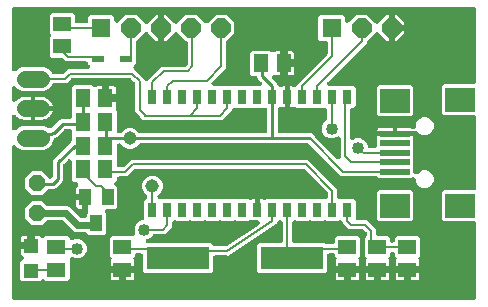
<source format=gbr>
G04 EAGLE Gerber RS-274X export*
G75*
%MOMM*%
%FSLAX34Y34*%
%LPD*%
%INTop Copper*%
%IPPOS*%
%AMOC8*
5,1,8,0,0,1.08239X$1,22.5*%
G01*
%ADD10R,0.762000X1.270000*%
%ADD11R,5.334000X1.930400*%
%ADD12R,1.500000X1.300000*%
%ADD13R,1.300000X1.500000*%
%ADD14R,1.200000X1.200000*%
%ADD15R,1.600000X1.300000*%
%ADD16C,1.422400*%
%ADD17R,1.300000X1.600000*%
%ADD18R,1.000000X1.400000*%
%ADD19R,1.625600X1.625600*%
%ADD20P,1.759533X8X112.500000*%
%ADD21R,2.500000X2.000000*%
%ADD22R,2.500000X0.500000*%
%ADD23R,1.050000X0.500000*%
%ADD24P,1.539592X8X292.500000*%
%ADD25C,0.152400*%
%ADD26C,1.016000*%
%ADD27C,0.254000*%
%ADD28C,1.143000*%
%ADD29C,0.558800*%

G36*
X595902Y168201D02*
X595902Y168201D01*
X595920Y168199D01*
X596102Y168220D01*
X596285Y168239D01*
X596302Y168244D01*
X596319Y168246D01*
X596494Y168303D01*
X596670Y168357D01*
X596685Y168365D01*
X596702Y168371D01*
X596862Y168461D01*
X597024Y168549D01*
X597037Y168560D01*
X597053Y168569D01*
X597192Y168689D01*
X597333Y168806D01*
X597344Y168820D01*
X597358Y168832D01*
X597470Y168977D01*
X597585Y169120D01*
X597593Y169136D01*
X597604Y169150D01*
X597686Y169315D01*
X597771Y169477D01*
X597776Y169494D01*
X597784Y169510D01*
X597831Y169689D01*
X597882Y169864D01*
X597884Y169882D01*
X597888Y169899D01*
X597915Y170230D01*
X597915Y232528D01*
X597913Y232546D01*
X597915Y232564D01*
X597894Y232746D01*
X597875Y232929D01*
X597870Y232946D01*
X597868Y232963D01*
X597811Y233138D01*
X597757Y233314D01*
X597749Y233329D01*
X597743Y233346D01*
X597653Y233506D01*
X597565Y233668D01*
X597554Y233681D01*
X597545Y233697D01*
X597425Y233836D01*
X597308Y233977D01*
X597294Y233988D01*
X597282Y234002D01*
X597137Y234114D01*
X596994Y234229D01*
X596978Y234237D01*
X596964Y234248D01*
X596799Y234330D01*
X596637Y234415D01*
X596620Y234420D01*
X596604Y234428D01*
X596425Y234475D01*
X596250Y234526D01*
X596232Y234528D01*
X596215Y234532D01*
X595884Y234559D01*
X570505Y234559D01*
X568719Y236345D01*
X568719Y258871D01*
X570505Y260657D01*
X595884Y260657D01*
X595902Y260659D01*
X595920Y260657D01*
X596102Y260678D01*
X596285Y260697D01*
X596302Y260702D01*
X596319Y260704D01*
X596494Y260761D01*
X596670Y260815D01*
X596685Y260823D01*
X596702Y260829D01*
X596862Y260919D01*
X597024Y261007D01*
X597037Y261018D01*
X597053Y261027D01*
X597192Y261147D01*
X597333Y261264D01*
X597344Y261278D01*
X597358Y261290D01*
X597470Y261435D01*
X597585Y261578D01*
X597593Y261594D01*
X597604Y261608D01*
X597686Y261773D01*
X597771Y261935D01*
X597776Y261952D01*
X597784Y261968D01*
X597831Y262147D01*
X597882Y262322D01*
X597884Y262340D01*
X597888Y262357D01*
X597915Y262688D01*
X597915Y322528D01*
X597913Y322546D01*
X597915Y322564D01*
X597894Y322746D01*
X597875Y322929D01*
X597870Y322946D01*
X597868Y322963D01*
X597811Y323138D01*
X597757Y323314D01*
X597749Y323329D01*
X597743Y323346D01*
X597653Y323506D01*
X597565Y323668D01*
X597554Y323681D01*
X597545Y323697D01*
X597425Y323836D01*
X597308Y323977D01*
X597294Y323988D01*
X597282Y324002D01*
X597137Y324114D01*
X596994Y324229D01*
X596978Y324237D01*
X596964Y324248D01*
X596799Y324330D01*
X596637Y324415D01*
X596620Y324420D01*
X596604Y324428D01*
X596425Y324475D01*
X596250Y324526D01*
X596232Y324528D01*
X596215Y324532D01*
X595884Y324559D01*
X570505Y324559D01*
X568719Y326345D01*
X568719Y348871D01*
X570505Y350657D01*
X595884Y350657D01*
X595902Y350659D01*
X595920Y350657D01*
X596102Y350678D01*
X596285Y350697D01*
X596302Y350702D01*
X596319Y350704D01*
X596494Y350761D01*
X596670Y350815D01*
X596685Y350823D01*
X596702Y350829D01*
X596862Y350919D01*
X597024Y351007D01*
X597037Y351018D01*
X597053Y351027D01*
X597192Y351147D01*
X597333Y351264D01*
X597344Y351278D01*
X597358Y351290D01*
X597470Y351435D01*
X597585Y351578D01*
X597593Y351594D01*
X597604Y351608D01*
X597686Y351773D01*
X597771Y351935D01*
X597776Y351952D01*
X597784Y351968D01*
X597831Y352147D01*
X597882Y352322D01*
X597884Y352340D01*
X597888Y352357D01*
X597915Y352688D01*
X597915Y413970D01*
X597913Y413988D01*
X597915Y414006D01*
X597894Y414188D01*
X597875Y414371D01*
X597870Y414388D01*
X597868Y414405D01*
X597811Y414580D01*
X597757Y414756D01*
X597749Y414771D01*
X597743Y414788D01*
X597653Y414947D01*
X597565Y415110D01*
X597554Y415123D01*
X597545Y415139D01*
X597425Y415278D01*
X597308Y415419D01*
X597294Y415430D01*
X597282Y415444D01*
X597137Y415556D01*
X596994Y415671D01*
X596978Y415679D01*
X596964Y415690D01*
X596799Y415772D01*
X596637Y415857D01*
X596620Y415862D01*
X596604Y415870D01*
X596425Y415917D01*
X596250Y415968D01*
X596232Y415970D01*
X596215Y415974D01*
X595884Y416001D01*
X206628Y416001D01*
X206610Y415999D01*
X206592Y416001D01*
X206410Y415980D01*
X206227Y415961D01*
X206210Y415956D01*
X206193Y415954D01*
X206018Y415897D01*
X205842Y415843D01*
X205827Y415835D01*
X205810Y415829D01*
X205650Y415739D01*
X205488Y415651D01*
X205475Y415640D01*
X205459Y415631D01*
X205320Y415511D01*
X205179Y415394D01*
X205168Y415380D01*
X205154Y415368D01*
X205042Y415223D01*
X204927Y415080D01*
X204919Y415064D01*
X204908Y415050D01*
X204826Y414885D01*
X204741Y414723D01*
X204736Y414706D01*
X204728Y414690D01*
X204681Y414511D01*
X204630Y414336D01*
X204628Y414318D01*
X204624Y414301D01*
X204597Y413970D01*
X204597Y363448D01*
X204598Y363439D01*
X204597Y363430D01*
X204618Y363238D01*
X204637Y363047D01*
X204639Y363039D01*
X204640Y363030D01*
X204698Y362846D01*
X204755Y362662D01*
X204759Y362655D01*
X204762Y362646D01*
X204855Y362478D01*
X204947Y362308D01*
X204952Y362302D01*
X204957Y362294D01*
X205082Y362146D01*
X205204Y361999D01*
X205211Y361994D01*
X205217Y361987D01*
X205369Y361867D01*
X205518Y361747D01*
X205526Y361743D01*
X205533Y361737D01*
X205705Y361650D01*
X205875Y361561D01*
X205884Y361559D01*
X205892Y361555D01*
X206078Y361503D01*
X206262Y361450D01*
X206271Y361449D01*
X206280Y361447D01*
X206472Y361433D01*
X206664Y361417D01*
X206672Y361418D01*
X206681Y361417D01*
X206874Y361442D01*
X207063Y361464D01*
X207072Y361467D01*
X207081Y361468D01*
X207264Y361529D01*
X207446Y361589D01*
X207454Y361593D01*
X207462Y361596D01*
X207628Y361691D01*
X207797Y361787D01*
X207804Y361793D01*
X207811Y361797D01*
X208064Y362012D01*
X209878Y363826D01*
X213613Y365373D01*
X231879Y365373D01*
X235614Y363826D01*
X238472Y360968D01*
X238758Y360277D01*
X238769Y360257D01*
X238775Y360236D01*
X238864Y360079D01*
X238948Y359922D01*
X238962Y359905D01*
X238973Y359885D01*
X239091Y359749D01*
X239205Y359611D01*
X239222Y359597D01*
X239237Y359580D01*
X239378Y359471D01*
X239517Y359358D01*
X239537Y359347D01*
X239555Y359334D01*
X239715Y359254D01*
X239874Y359171D01*
X239895Y359164D01*
X239915Y359154D01*
X240089Y359108D01*
X240260Y359058D01*
X240282Y359056D01*
X240304Y359050D01*
X240635Y359023D01*
X247128Y359023D01*
X247155Y359025D01*
X247181Y359023D01*
X247355Y359045D01*
X247529Y359063D01*
X247554Y359070D01*
X247581Y359074D01*
X247747Y359129D01*
X247914Y359181D01*
X247937Y359194D01*
X247963Y359202D01*
X248114Y359289D01*
X248268Y359373D01*
X248288Y359390D01*
X248311Y359403D01*
X248564Y359618D01*
X252422Y363475D01*
X268976Y363475D01*
X268985Y363476D01*
X268994Y363475D01*
X269185Y363496D01*
X269376Y363515D01*
X269385Y363517D01*
X269394Y363518D01*
X269576Y363576D01*
X269761Y363633D01*
X269769Y363637D01*
X269778Y363640D01*
X269946Y363733D01*
X270115Y363825D01*
X270122Y363830D01*
X270130Y363835D01*
X270278Y363960D01*
X270425Y364082D01*
X270430Y364089D01*
X270437Y364095D01*
X270557Y364247D01*
X270677Y364396D01*
X270681Y364404D01*
X270687Y364411D01*
X270774Y364583D01*
X270863Y364753D01*
X270865Y364762D01*
X270869Y364770D01*
X270921Y364956D01*
X270974Y365140D01*
X270975Y365149D01*
X270977Y365158D01*
X270991Y365350D01*
X271007Y365542D01*
X271006Y365550D01*
X271006Y365559D01*
X270982Y365752D01*
X270960Y365941D01*
X270957Y365950D01*
X270956Y365959D01*
X270895Y366142D01*
X270835Y366324D01*
X270831Y366332D01*
X270828Y366340D01*
X270732Y366506D01*
X270637Y366675D01*
X270631Y366682D01*
X270627Y366689D01*
X270412Y366942D01*
X269259Y368095D01*
X269240Y368264D01*
X269221Y368447D01*
X269216Y368464D01*
X269214Y368481D01*
X269157Y368656D01*
X269103Y368832D01*
X269095Y368847D01*
X269089Y368864D01*
X268999Y369024D01*
X268911Y369186D01*
X268900Y369199D01*
X268891Y369215D01*
X268771Y369354D01*
X268654Y369495D01*
X268640Y369506D01*
X268628Y369520D01*
X268483Y369632D01*
X268340Y369747D01*
X268324Y369755D01*
X268310Y369766D01*
X268145Y369848D01*
X267983Y369933D01*
X267966Y369938D01*
X267950Y369946D01*
X267771Y369993D01*
X267596Y370044D01*
X267578Y370046D01*
X267561Y370050D01*
X267230Y370077D01*
X250390Y370077D01*
X247934Y372532D01*
X247914Y372549D01*
X247896Y372570D01*
X247758Y372677D01*
X247623Y372787D01*
X247599Y372800D01*
X247578Y372816D01*
X247421Y372894D01*
X247267Y372976D01*
X247242Y372984D01*
X247218Y372996D01*
X247048Y373041D01*
X246881Y373091D01*
X246855Y373093D01*
X246829Y373100D01*
X246498Y373127D01*
X238887Y373127D01*
X237101Y374913D01*
X237101Y390439D01*
X237402Y390740D01*
X237413Y390754D01*
X237427Y390765D01*
X237541Y390909D01*
X237657Y391051D01*
X237666Y391067D01*
X237677Y391081D01*
X237760Y391245D01*
X237846Y391407D01*
X237851Y391424D01*
X237859Y391440D01*
X237908Y391617D01*
X237961Y391793D01*
X237962Y391811D01*
X237967Y391828D01*
X237980Y392011D01*
X237997Y392194D01*
X237995Y392212D01*
X237996Y392229D01*
X237973Y392411D01*
X237954Y392594D01*
X237948Y392611D01*
X237946Y392629D01*
X237888Y392802D01*
X237832Y392978D01*
X237823Y392994D01*
X237818Y393010D01*
X237726Y393170D01*
X237637Y393330D01*
X237626Y393344D01*
X237617Y393359D01*
X237402Y393612D01*
X237101Y393913D01*
X237101Y409439D01*
X238887Y411225D01*
X256413Y411225D01*
X258199Y409439D01*
X258199Y404114D01*
X258201Y404096D01*
X258199Y404078D01*
X258220Y403896D01*
X258239Y403713D01*
X258244Y403696D01*
X258246Y403679D01*
X258303Y403504D01*
X258357Y403328D01*
X258365Y403313D01*
X258371Y403296D01*
X258461Y403136D01*
X258549Y402974D01*
X258560Y402961D01*
X258569Y402945D01*
X258689Y402806D01*
X258806Y402665D01*
X258820Y402654D01*
X258832Y402640D01*
X258977Y402528D01*
X259120Y402413D01*
X259136Y402405D01*
X259150Y402394D01*
X259315Y402312D01*
X259477Y402227D01*
X259494Y402222D01*
X259510Y402214D01*
X259689Y402167D01*
X259864Y402116D01*
X259882Y402114D01*
X259899Y402110D01*
X260230Y402083D01*
X267208Y402083D01*
X267226Y402085D01*
X267244Y402083D01*
X267426Y402104D01*
X267609Y402123D01*
X267626Y402128D01*
X267643Y402130D01*
X267818Y402187D01*
X267994Y402241D01*
X268009Y402249D01*
X268026Y402255D01*
X268186Y402345D01*
X268348Y402433D01*
X268361Y402444D01*
X268377Y402453D01*
X268516Y402573D01*
X268657Y402690D01*
X268668Y402704D01*
X268682Y402716D01*
X268794Y402861D01*
X268909Y403004D01*
X268917Y403020D01*
X268928Y403034D01*
X269010Y403199D01*
X269095Y403361D01*
X269100Y403378D01*
X269108Y403394D01*
X269155Y403573D01*
X269206Y403748D01*
X269208Y403766D01*
X269212Y403783D01*
X269239Y404114D01*
X269239Y407663D01*
X271025Y409449D01*
X289807Y409449D01*
X291593Y407663D01*
X291593Y404759D01*
X291594Y404750D01*
X291593Y404741D01*
X291614Y404548D01*
X291633Y404358D01*
X291635Y404350D01*
X291636Y404341D01*
X291694Y404157D01*
X291751Y403973D01*
X291755Y403965D01*
X291758Y403957D01*
X291851Y403788D01*
X291943Y403619D01*
X291948Y403612D01*
X291953Y403605D01*
X292077Y403458D01*
X292200Y403310D01*
X292207Y403304D01*
X292213Y403298D01*
X292364Y403179D01*
X292514Y403058D01*
X292522Y403054D01*
X292529Y403048D01*
X292702Y402960D01*
X292871Y402872D01*
X292880Y402870D01*
X292888Y402866D01*
X293074Y402814D01*
X293258Y402761D01*
X293267Y402760D01*
X293276Y402758D01*
X293469Y402744D01*
X293660Y402728D01*
X293668Y402729D01*
X293677Y402728D01*
X293870Y402753D01*
X294059Y402775D01*
X294068Y402778D01*
X294077Y402779D01*
X294259Y402840D01*
X294442Y402900D01*
X294450Y402904D01*
X294458Y402907D01*
X294625Y403003D01*
X294793Y403098D01*
X294800Y403103D01*
X294807Y403108D01*
X295060Y403323D01*
X301186Y409449D01*
X310446Y409449D01*
X317439Y402455D01*
X317453Y402444D01*
X317464Y402430D01*
X317608Y402317D01*
X317750Y402200D01*
X317766Y402192D01*
X317780Y402181D01*
X317944Y402098D01*
X318106Y402012D01*
X318123Y402007D01*
X318139Y401998D01*
X318316Y401949D01*
X318492Y401897D01*
X318510Y401895D01*
X318527Y401890D01*
X318710Y401877D01*
X318893Y401860D01*
X318911Y401862D01*
X318929Y401861D01*
X319110Y401884D01*
X319293Y401904D01*
X319310Y401909D01*
X319328Y401912D01*
X319501Y401970D01*
X319677Y402025D01*
X319693Y402034D01*
X319710Y402040D01*
X319869Y402132D01*
X320029Y402220D01*
X320043Y402232D01*
X320059Y402241D01*
X320312Y402455D01*
X326797Y408941D01*
X328677Y408941D01*
X328677Y398780D01*
X328678Y398762D01*
X328677Y398745D01*
X328698Y398562D01*
X328717Y398380D01*
X328722Y398363D01*
X328724Y398345D01*
X328749Y398267D01*
X328710Y398130D01*
X328708Y398112D01*
X328704Y398095D01*
X328677Y397764D01*
X328677Y387603D01*
X326797Y387603D01*
X320312Y394089D01*
X320298Y394100D01*
X320286Y394114D01*
X320142Y394227D01*
X320000Y394344D01*
X319984Y394352D01*
X319970Y394363D01*
X319806Y394447D01*
X319644Y394532D01*
X319627Y394537D01*
X319611Y394546D01*
X319434Y394595D01*
X319258Y394647D01*
X319241Y394649D01*
X319223Y394654D01*
X319040Y394667D01*
X318857Y394684D01*
X318840Y394682D01*
X318822Y394683D01*
X318640Y394660D01*
X318457Y394640D01*
X318440Y394635D01*
X318422Y394632D01*
X318249Y394574D01*
X318073Y394519D01*
X318058Y394510D01*
X318041Y394504D01*
X317881Y394412D01*
X317721Y394324D01*
X317707Y394312D01*
X317692Y394303D01*
X317439Y394089D01*
X310222Y386871D01*
X310205Y386851D01*
X310184Y386833D01*
X310077Y386695D01*
X309967Y386560D01*
X309954Y386536D01*
X309938Y386515D01*
X309860Y386358D01*
X309778Y386204D01*
X309770Y386179D01*
X309758Y386155D01*
X309713Y385985D01*
X309663Y385818D01*
X309661Y385792D01*
X309654Y385766D01*
X309627Y385435D01*
X309627Y376692D01*
X309629Y376666D01*
X309627Y376639D01*
X309649Y376465D01*
X309667Y376292D01*
X309674Y376266D01*
X309678Y376239D01*
X309733Y376074D01*
X309785Y375907D01*
X309798Y375883D01*
X309806Y375858D01*
X309859Y375766D01*
X309859Y368093D01*
X308262Y366496D01*
X308250Y366482D01*
X308237Y366471D01*
X308123Y366327D01*
X308007Y366185D01*
X307998Y366169D01*
X307987Y366155D01*
X307904Y365990D01*
X307818Y365829D01*
X307813Y365812D01*
X307805Y365796D01*
X307755Y365618D01*
X307703Y365443D01*
X307702Y365425D01*
X307697Y365408D01*
X307683Y365225D01*
X307667Y365042D01*
X307669Y365024D01*
X307667Y365006D01*
X307690Y364824D01*
X307710Y364642D01*
X307716Y364625D01*
X307718Y364607D01*
X307776Y364433D01*
X307832Y364258D01*
X307840Y364242D01*
X307846Y364225D01*
X307938Y364066D01*
X308027Y363906D01*
X308038Y363892D01*
X308047Y363876D01*
X308262Y363623D01*
X316776Y355110D01*
X316779Y355079D01*
X316781Y355071D01*
X316782Y355062D01*
X316840Y354878D01*
X316897Y354694D01*
X316901Y354686D01*
X316904Y354678D01*
X316997Y354510D01*
X317089Y354340D01*
X317094Y354333D01*
X317099Y354326D01*
X317223Y354178D01*
X317346Y354031D01*
X317353Y354025D01*
X317359Y354019D01*
X317511Y353899D01*
X317660Y353779D01*
X317668Y353774D01*
X317675Y353769D01*
X317848Y353681D01*
X318017Y353593D01*
X318026Y353591D01*
X318034Y353587D01*
X318220Y353535D01*
X318404Y353482D01*
X318413Y353481D01*
X318422Y353479D01*
X318615Y353464D01*
X318806Y353449D01*
X318814Y353450D01*
X318823Y353449D01*
X319016Y353474D01*
X319205Y353496D01*
X319214Y353498D01*
X319223Y353500D01*
X319406Y353561D01*
X319588Y353621D01*
X319596Y353625D01*
X319604Y353628D01*
X319771Y353724D01*
X319939Y353818D01*
X319946Y353824D01*
X319953Y353829D01*
X320206Y354043D01*
X328842Y362680D01*
X331670Y365507D01*
X351148Y365507D01*
X351175Y365509D01*
X351201Y365507D01*
X351375Y365529D01*
X351549Y365547D01*
X351574Y365554D01*
X351601Y365558D01*
X351767Y365613D01*
X351934Y365665D01*
X351957Y365678D01*
X351983Y365686D01*
X352134Y365773D01*
X352288Y365857D01*
X352308Y365874D01*
X352331Y365887D01*
X352584Y366102D01*
X353226Y366744D01*
X353243Y366764D01*
X353264Y366782D01*
X353371Y366920D01*
X353481Y367055D01*
X353494Y367079D01*
X353510Y367100D01*
X353588Y367257D01*
X353670Y367411D01*
X353678Y367436D01*
X353690Y367460D01*
X353735Y367630D01*
X353785Y367797D01*
X353787Y367823D01*
X353794Y367849D01*
X353821Y368180D01*
X353821Y385064D01*
X353819Y385082D01*
X353821Y385100D01*
X353800Y385282D01*
X353781Y385465D01*
X353776Y385482D01*
X353774Y385499D01*
X353717Y385674D01*
X353663Y385850D01*
X353655Y385865D01*
X353649Y385882D01*
X353559Y386042D01*
X353471Y386204D01*
X353460Y386217D01*
X353451Y386233D01*
X353331Y386372D01*
X353214Y386513D01*
X353200Y386524D01*
X353188Y386538D01*
X353043Y386650D01*
X352900Y386765D01*
X352884Y386773D01*
X352870Y386784D01*
X352705Y386866D01*
X352543Y386951D01*
X352526Y386956D01*
X352510Y386964D01*
X352331Y387011D01*
X352156Y387062D01*
X352138Y387064D01*
X352121Y387068D01*
X352004Y387078D01*
X344993Y394089D01*
X344979Y394100D01*
X344968Y394114D01*
X344824Y394227D01*
X344682Y394344D01*
X344666Y394352D01*
X344652Y394363D01*
X344487Y394447D01*
X344326Y394532D01*
X344309Y394537D01*
X344293Y394546D01*
X344115Y394595D01*
X343940Y394647D01*
X343922Y394649D01*
X343905Y394654D01*
X343722Y394667D01*
X343539Y394684D01*
X343521Y394682D01*
X343503Y394683D01*
X343321Y394660D01*
X343139Y394640D01*
X343122Y394635D01*
X343104Y394632D01*
X342930Y394574D01*
X342755Y394519D01*
X342739Y394510D01*
X342722Y394504D01*
X342563Y394412D01*
X342403Y394324D01*
X342389Y394312D01*
X342373Y394303D01*
X342120Y394089D01*
X335635Y387603D01*
X333755Y387603D01*
X333755Y397764D01*
X333753Y397782D01*
X333755Y397799D01*
X333734Y397982D01*
X333715Y398164D01*
X333710Y398181D01*
X333708Y398199D01*
X333683Y398277D01*
X333722Y398414D01*
X333724Y398432D01*
X333728Y398449D01*
X333755Y398780D01*
X333755Y408941D01*
X335635Y408941D01*
X342120Y402455D01*
X342134Y402444D01*
X342146Y402430D01*
X342290Y402317D01*
X342432Y402200D01*
X342448Y402192D01*
X342462Y402181D01*
X342626Y402098D01*
X342788Y402012D01*
X342805Y402007D01*
X342821Y401998D01*
X342998Y401949D01*
X343174Y401897D01*
X343191Y401895D01*
X343209Y401890D01*
X343392Y401877D01*
X343575Y401860D01*
X343592Y401862D01*
X343610Y401861D01*
X343792Y401884D01*
X343975Y401904D01*
X343992Y401909D01*
X344010Y401912D01*
X344183Y401970D01*
X344359Y402025D01*
X344374Y402034D01*
X344391Y402040D01*
X344551Y402132D01*
X344711Y402220D01*
X344724Y402232D01*
X344740Y402241D01*
X344993Y402455D01*
X351986Y409449D01*
X361246Y409449D01*
X367880Y402815D01*
X367893Y402803D01*
X367905Y402790D01*
X368049Y402676D01*
X368191Y402560D01*
X368207Y402551D01*
X368221Y402540D01*
X368385Y402457D01*
X368547Y402371D01*
X368564Y402366D01*
X368580Y402358D01*
X368757Y402308D01*
X368933Y402256D01*
X368951Y402254D01*
X368968Y402250D01*
X369151Y402236D01*
X369334Y402220D01*
X369352Y402222D01*
X369369Y402220D01*
X369551Y402243D01*
X369734Y402263D01*
X369751Y402269D01*
X369769Y402271D01*
X369942Y402329D01*
X370118Y402385D01*
X370134Y402393D01*
X370150Y402399D01*
X370310Y402491D01*
X370470Y402579D01*
X370484Y402591D01*
X370499Y402600D01*
X370752Y402815D01*
X377386Y409449D01*
X386646Y409449D01*
X393193Y402902D01*
X393193Y393642D01*
X386422Y386871D01*
X386405Y386851D01*
X386384Y386833D01*
X386277Y386695D01*
X386167Y386560D01*
X386154Y386536D01*
X386138Y386515D01*
X386060Y386358D01*
X385978Y386204D01*
X385970Y386179D01*
X385958Y386155D01*
X385913Y385985D01*
X385863Y385818D01*
X385861Y385792D01*
X385854Y385766D01*
X385827Y385435D01*
X385827Y364182D01*
X383000Y361354D01*
X374411Y352766D01*
X374406Y352759D01*
X374399Y352754D01*
X374279Y352604D01*
X374156Y352455D01*
X374152Y352447D01*
X374147Y352440D01*
X374058Y352270D01*
X373968Y352099D01*
X373965Y352090D01*
X373961Y352083D01*
X373908Y351897D01*
X373853Y351713D01*
X373852Y351704D01*
X373850Y351696D01*
X373834Y351504D01*
X373817Y351312D01*
X373818Y351303D01*
X373817Y351294D01*
X373839Y351103D01*
X373860Y350912D01*
X373863Y350903D01*
X373864Y350895D01*
X373924Y350711D01*
X373981Y350528D01*
X373986Y350520D01*
X373989Y350512D01*
X374084Y350342D01*
X374176Y350176D01*
X374182Y350169D01*
X374186Y350161D01*
X374312Y350015D01*
X374437Y349869D01*
X374444Y349863D01*
X374450Y349856D01*
X374602Y349738D01*
X374753Y349619D01*
X374761Y349615D01*
X374768Y349610D01*
X374940Y349524D01*
X375112Y349437D01*
X375120Y349434D01*
X375128Y349430D01*
X375315Y349380D01*
X375500Y349329D01*
X375508Y349328D01*
X375517Y349326D01*
X375848Y349299D01*
X379758Y349299D01*
X379875Y349203D01*
X379891Y349194D01*
X379905Y349183D01*
X380069Y349100D01*
X380231Y349014D01*
X380248Y349009D01*
X380264Y349001D01*
X380441Y348952D01*
X380617Y348899D01*
X380635Y348898D01*
X380652Y348893D01*
X380835Y348880D01*
X381018Y348863D01*
X381036Y348865D01*
X381053Y348864D01*
X381235Y348887D01*
X381418Y348906D01*
X381435Y348912D01*
X381453Y348914D01*
X381626Y348972D01*
X381802Y349028D01*
X381818Y349037D01*
X381835Y349042D01*
X381994Y349134D01*
X382154Y349223D01*
X382168Y349234D01*
X382183Y349243D01*
X382249Y349299D01*
X392458Y349299D01*
X392575Y349203D01*
X392591Y349194D01*
X392605Y349183D01*
X392769Y349100D01*
X392931Y349014D01*
X392948Y349009D01*
X392964Y349001D01*
X393141Y348952D01*
X393317Y348899D01*
X393335Y348898D01*
X393352Y348893D01*
X393535Y348880D01*
X393718Y348863D01*
X393736Y348865D01*
X393753Y348864D01*
X393935Y348887D01*
X394118Y348906D01*
X394135Y348912D01*
X394153Y348914D01*
X394326Y348972D01*
X394502Y349028D01*
X394518Y349037D01*
X394535Y349042D01*
X394694Y349134D01*
X394854Y349223D01*
X394868Y349234D01*
X394883Y349243D01*
X394949Y349299D01*
X405158Y349299D01*
X405275Y349203D01*
X405291Y349194D01*
X405305Y349183D01*
X405469Y349100D01*
X405631Y349014D01*
X405648Y349009D01*
X405664Y349001D01*
X405841Y348952D01*
X406017Y348899D01*
X406035Y348898D01*
X406052Y348893D01*
X406235Y348880D01*
X406418Y348863D01*
X406436Y348865D01*
X406453Y348864D01*
X406635Y348887D01*
X406818Y348906D01*
X406835Y348912D01*
X406853Y348914D01*
X407026Y348972D01*
X407202Y349028D01*
X407218Y349037D01*
X407235Y349042D01*
X407394Y349134D01*
X407554Y349223D01*
X407568Y349234D01*
X407583Y349243D01*
X407649Y349299D01*
X414390Y349299D01*
X414399Y349300D01*
X414408Y349299D01*
X414599Y349320D01*
X414790Y349339D01*
X414799Y349341D01*
X414808Y349342D01*
X414990Y349400D01*
X415175Y349457D01*
X415183Y349461D01*
X415192Y349464D01*
X415360Y349557D01*
X415529Y349649D01*
X415536Y349654D01*
X415544Y349659D01*
X415692Y349784D01*
X415839Y349906D01*
X415844Y349913D01*
X415851Y349919D01*
X415971Y350071D01*
X416091Y350220D01*
X416095Y350228D01*
X416101Y350235D01*
X416188Y350407D01*
X416276Y350577D01*
X416279Y350586D01*
X416283Y350594D01*
X416335Y350780D01*
X416388Y350964D01*
X416389Y350973D01*
X416391Y350982D01*
X416405Y351174D01*
X416421Y351366D01*
X416420Y351374D01*
X416420Y351383D01*
X416396Y351576D01*
X416374Y351765D01*
X416371Y351774D01*
X416370Y351783D01*
X416309Y351966D01*
X416249Y352148D01*
X416245Y352156D01*
X416242Y352164D01*
X416146Y352330D01*
X416051Y352499D01*
X416045Y352506D01*
X416041Y352513D01*
X415826Y352766D01*
X414108Y354484D01*
X414090Y354499D01*
X414075Y354516D01*
X414030Y354551D01*
X413967Y354613D01*
X413511Y354990D01*
X413505Y354999D01*
X413436Y355118D01*
X413388Y355175D01*
X413358Y355221D01*
X413301Y355277D01*
X413298Y355280D01*
X413075Y355820D01*
X413048Y355870D01*
X413041Y355892D01*
X413024Y355923D01*
X412993Y355994D01*
X412634Y356671D01*
X412564Y356777D01*
X412501Y356889D01*
X412452Y356945D01*
X412411Y357006D01*
X412321Y357097D01*
X412238Y357194D01*
X412179Y357239D01*
X412127Y357291D01*
X412020Y357362D01*
X411919Y357440D01*
X411853Y357473D01*
X411792Y357514D01*
X411674Y357563D01*
X411559Y357620D01*
X411487Y357639D01*
X411419Y357667D01*
X411294Y357691D01*
X411170Y357724D01*
X411085Y357731D01*
X411024Y357743D01*
X410949Y357742D01*
X410839Y357751D01*
X408187Y357751D01*
X406401Y359537D01*
X406401Y377063D01*
X408187Y378849D01*
X423713Y378849D01*
X424417Y378144D01*
X424537Y378046D01*
X424653Y377942D01*
X424693Y377918D01*
X424729Y377889D01*
X424866Y377816D01*
X425000Y377737D01*
X425044Y377722D01*
X425085Y377700D01*
X425233Y377656D01*
X425380Y377605D01*
X425426Y377599D01*
X425471Y377586D01*
X425625Y377572D01*
X425779Y377550D01*
X425825Y377553D01*
X425872Y377549D01*
X426026Y377566D01*
X426180Y377576D01*
X426225Y377588D01*
X426272Y377593D01*
X426420Y377639D01*
X426569Y377679D01*
X426617Y377702D01*
X426656Y377714D01*
X426732Y377756D01*
X426869Y377821D01*
X427469Y378168D01*
X428115Y378341D01*
X431701Y378341D01*
X431701Y369518D01*
X431702Y369500D01*
X431701Y369483D01*
X431722Y369300D01*
X431741Y369118D01*
X431746Y369101D01*
X431748Y369083D01*
X431805Y368908D01*
X431859Y368733D01*
X431867Y368717D01*
X431873Y368700D01*
X431963Y368540D01*
X432050Y368379D01*
X432062Y368365D01*
X432071Y368349D01*
X432116Y368297D01*
X432031Y368192D01*
X432023Y368176D01*
X432012Y368162D01*
X431930Y367997D01*
X431845Y367834D01*
X431840Y367817D01*
X431832Y367801D01*
X431784Y367623D01*
X431734Y367448D01*
X431732Y367430D01*
X431728Y367413D01*
X431701Y367082D01*
X431701Y358259D01*
X428116Y358259D01*
X427833Y358335D01*
X427761Y358347D01*
X427691Y358368D01*
X427563Y358379D01*
X427436Y358400D01*
X427363Y358397D01*
X427290Y358404D01*
X427162Y358390D01*
X427033Y358386D01*
X426962Y358369D01*
X426889Y358361D01*
X426767Y358322D01*
X426642Y358292D01*
X426575Y358261D01*
X426505Y358239D01*
X426393Y358177D01*
X426276Y358123D01*
X426217Y358080D01*
X426153Y358044D01*
X426055Y357961D01*
X425951Y357885D01*
X425902Y357831D01*
X425846Y357784D01*
X425766Y357683D01*
X425680Y357588D01*
X425642Y357526D01*
X425597Y357468D01*
X425538Y357353D01*
X425472Y357243D01*
X425447Y357174D01*
X425414Y357109D01*
X425380Y356985D01*
X425336Y356864D01*
X425326Y356792D01*
X425306Y356721D01*
X425297Y356593D01*
X425278Y356466D01*
X425282Y356393D01*
X425277Y356320D01*
X425293Y356192D01*
X425300Y356064D01*
X425318Y355993D01*
X425327Y355920D01*
X425368Y355798D01*
X425400Y355674D01*
X425432Y355608D01*
X425455Y355538D01*
X425520Y355427D01*
X425575Y355312D01*
X425620Y355253D01*
X425656Y355190D01*
X425766Y355060D01*
X425819Y354991D01*
X425844Y354969D01*
X425871Y354937D01*
X429111Y351696D01*
X429654Y350386D01*
X429669Y350359D01*
X429679Y350329D01*
X429764Y350182D01*
X429844Y350031D01*
X429864Y350007D01*
X429880Y349980D01*
X430094Y349727D01*
X430891Y348931D01*
X431010Y348833D01*
X431126Y348729D01*
X431166Y348705D01*
X431202Y348676D01*
X431339Y348603D01*
X431473Y348524D01*
X431517Y348509D01*
X431558Y348487D01*
X431706Y348443D01*
X431853Y348392D01*
X431899Y348386D01*
X431944Y348372D01*
X432098Y348358D01*
X432252Y348337D01*
X432298Y348340D01*
X432345Y348336D01*
X432499Y348353D01*
X432654Y348362D01*
X432699Y348374D01*
X432745Y348379D01*
X432893Y348426D01*
X433043Y348466D01*
X433090Y348489D01*
X433129Y348501D01*
X433205Y348543D01*
X433343Y348608D01*
X433359Y348618D01*
X434005Y348791D01*
X436119Y348791D01*
X436119Y339900D01*
X436119Y331009D01*
X434005Y331009D01*
X433359Y331182D01*
X433343Y331192D01*
X433201Y331256D01*
X433063Y331326D01*
X433018Y331339D01*
X432976Y331358D01*
X432825Y331392D01*
X432675Y331434D01*
X432629Y331437D01*
X432583Y331448D01*
X432429Y331452D01*
X432274Y331463D01*
X432227Y331458D01*
X432181Y331459D01*
X432028Y331432D01*
X431874Y331413D01*
X431830Y331398D01*
X431784Y331390D01*
X431640Y331334D01*
X431493Y331285D01*
X431452Y331262D01*
X431409Y331245D01*
X431278Y331161D01*
X431144Y331084D01*
X431104Y331050D01*
X431069Y331028D01*
X431007Y330968D01*
X430891Y330869D01*
X430364Y330342D01*
X430347Y330321D01*
X430326Y330304D01*
X430219Y330166D01*
X430109Y330031D01*
X430096Y330007D01*
X430080Y329986D01*
X430002Y329829D01*
X429920Y329675D01*
X429912Y329649D01*
X429900Y329625D01*
X429855Y329456D01*
X429805Y329289D01*
X429803Y329262D01*
X429796Y329237D01*
X429769Y328906D01*
X429769Y311150D01*
X429771Y311132D01*
X429769Y311114D01*
X429790Y310932D01*
X429809Y310749D01*
X429814Y310732D01*
X429816Y310715D01*
X429873Y310540D01*
X429927Y310364D01*
X429935Y310349D01*
X429941Y310332D01*
X430031Y310172D01*
X430119Y310010D01*
X430130Y309997D01*
X430139Y309981D01*
X430259Y309842D01*
X430376Y309701D01*
X430390Y309690D01*
X430402Y309676D01*
X430547Y309564D01*
X430690Y309449D01*
X430706Y309441D01*
X430720Y309430D01*
X430885Y309348D01*
X431047Y309263D01*
X431064Y309258D01*
X431080Y309250D01*
X431259Y309203D01*
X431434Y309152D01*
X431452Y309150D01*
X431469Y309146D01*
X431800Y309119D01*
X458059Y309119D01*
X459646Y308461D01*
X460861Y307246D01*
X461215Y306393D01*
X461229Y306366D01*
X461239Y306336D01*
X461324Y306188D01*
X461405Y306038D01*
X461425Y306014D01*
X461440Y305987D01*
X461655Y305734D01*
X479894Y287495D01*
X479901Y287490D01*
X479906Y287483D01*
X480056Y287363D01*
X480205Y287240D01*
X480213Y287236D01*
X480220Y287231D01*
X480390Y287142D01*
X480561Y287052D01*
X480570Y287049D01*
X480577Y287045D01*
X480762Y286992D01*
X480947Y286937D01*
X480956Y286936D01*
X480964Y286934D01*
X481156Y286918D01*
X481348Y286901D01*
X481357Y286902D01*
X481366Y286901D01*
X481555Y286923D01*
X481748Y286944D01*
X481757Y286947D01*
X481765Y286948D01*
X481947Y287007D01*
X482132Y287065D01*
X482140Y287070D01*
X482148Y287073D01*
X482317Y287168D01*
X482484Y287260D01*
X482491Y287266D01*
X482499Y287270D01*
X482645Y287396D01*
X482791Y287521D01*
X482797Y287528D01*
X482804Y287534D01*
X482921Y287685D01*
X483041Y287837D01*
X483045Y287845D01*
X483050Y287852D01*
X483136Y288024D01*
X483223Y288196D01*
X483226Y288204D01*
X483230Y288212D01*
X483280Y288399D01*
X483331Y288584D01*
X483332Y288592D01*
X483334Y288601D01*
X483361Y288932D01*
X483361Y304402D01*
X483360Y304411D01*
X483361Y304420D01*
X483340Y304610D01*
X483321Y304802D01*
X483319Y304811D01*
X483318Y304820D01*
X483260Y305003D01*
X483203Y305187D01*
X483199Y305195D01*
X483196Y305204D01*
X483103Y305373D01*
X483011Y305541D01*
X483006Y305548D01*
X483001Y305556D01*
X482876Y305703D01*
X482754Y305850D01*
X482747Y305856D01*
X482741Y305863D01*
X482591Y305981D01*
X482440Y306103D01*
X482432Y306107D01*
X482425Y306113D01*
X482253Y306200D01*
X482083Y306288D01*
X482074Y306291D01*
X482066Y306295D01*
X481880Y306347D01*
X481696Y306400D01*
X481687Y306400D01*
X481678Y306403D01*
X481486Y306417D01*
X481294Y306433D01*
X481285Y306432D01*
X481276Y306432D01*
X481086Y306408D01*
X480895Y306386D01*
X480886Y306383D01*
X480877Y306382D01*
X480694Y306320D01*
X480512Y306261D01*
X480504Y306256D01*
X480495Y306253D01*
X480329Y306157D01*
X480176Y306071D01*
X477105Y304799D01*
X473871Y304799D01*
X470883Y306037D01*
X468597Y308323D01*
X467359Y311311D01*
X467359Y314545D01*
X468597Y317533D01*
X471082Y320018D01*
X471099Y320039D01*
X471120Y320056D01*
X471227Y320194D01*
X471337Y320330D01*
X471350Y320353D01*
X471366Y320374D01*
X471444Y320531D01*
X471526Y320685D01*
X471534Y320711D01*
X471546Y320735D01*
X471591Y320904D01*
X471641Y321071D01*
X471643Y321098D01*
X471650Y321124D01*
X471677Y321454D01*
X471677Y328652D01*
X471676Y328661D01*
X471677Y328670D01*
X471657Y328857D01*
X471637Y329052D01*
X471635Y329061D01*
X471634Y329070D01*
X471576Y329253D01*
X471519Y329437D01*
X471515Y329445D01*
X471512Y329454D01*
X471419Y329622D01*
X471327Y329791D01*
X471322Y329798D01*
X471317Y329806D01*
X471192Y329954D01*
X471070Y330101D01*
X471063Y330106D01*
X471057Y330113D01*
X470905Y330233D01*
X470756Y330353D01*
X470748Y330357D01*
X470741Y330363D01*
X470568Y330450D01*
X470399Y330539D01*
X470390Y330541D01*
X470382Y330545D01*
X470195Y330597D01*
X470012Y330650D01*
X470003Y330651D01*
X469994Y330653D01*
X469803Y330667D01*
X469610Y330683D01*
X469601Y330682D01*
X469593Y330682D01*
X469403Y330658D01*
X469211Y330636D01*
X469202Y330633D01*
X469193Y330632D01*
X469011Y330571D01*
X468828Y330511D01*
X468820Y330507D01*
X468811Y330504D01*
X468807Y330501D01*
X458442Y330501D01*
X458325Y330597D01*
X458309Y330606D01*
X458295Y330617D01*
X458131Y330700D01*
X457969Y330786D01*
X457952Y330791D01*
X457936Y330799D01*
X457759Y330848D01*
X457583Y330901D01*
X457565Y330902D01*
X457548Y330907D01*
X457365Y330920D01*
X457182Y330937D01*
X457164Y330935D01*
X457147Y330936D01*
X456965Y330913D01*
X456782Y330894D01*
X456765Y330888D01*
X456747Y330886D01*
X456574Y330828D01*
X456398Y330772D01*
X456382Y330763D01*
X456365Y330758D01*
X456206Y330666D01*
X456046Y330577D01*
X456032Y330566D01*
X456017Y330557D01*
X455951Y330501D01*
X445777Y330501D01*
X445409Y330869D01*
X445289Y330967D01*
X445174Y331071D01*
X445134Y331095D01*
X445098Y331124D01*
X444961Y331197D01*
X444827Y331276D01*
X444783Y331291D01*
X444742Y331313D01*
X444593Y331357D01*
X444447Y331408D01*
X444401Y331414D01*
X444356Y331428D01*
X444202Y331442D01*
X444048Y331463D01*
X444002Y331460D01*
X443955Y331464D01*
X443801Y331447D01*
X443646Y331438D01*
X443601Y331426D01*
X443555Y331421D01*
X443407Y331374D01*
X443257Y331334D01*
X443210Y331311D01*
X443171Y331299D01*
X443095Y331257D01*
X442957Y331192D01*
X442941Y331182D01*
X442295Y331009D01*
X440181Y331009D01*
X440181Y339900D01*
X440181Y348791D01*
X442295Y348791D01*
X442941Y348618D01*
X442957Y348608D01*
X443099Y348544D01*
X443237Y348474D01*
X443282Y348461D01*
X443324Y348442D01*
X443475Y348408D01*
X443625Y348366D01*
X443671Y348363D01*
X443717Y348352D01*
X443871Y348348D01*
X444026Y348337D01*
X444073Y348342D01*
X444119Y348341D01*
X444272Y348368D01*
X444426Y348387D01*
X444470Y348402D01*
X444516Y348410D01*
X444660Y348466D01*
X444807Y348515D01*
X444848Y348538D01*
X444891Y348555D01*
X445022Y348639D01*
X445156Y348716D01*
X445196Y348750D01*
X445231Y348772D01*
X445293Y348832D01*
X445409Y348931D01*
X446103Y349624D01*
X446148Y349649D01*
X446161Y349660D01*
X446177Y349669D01*
X446316Y349789D01*
X446457Y349906D01*
X446468Y349920D01*
X446482Y349932D01*
X446594Y350077D01*
X446709Y350220D01*
X446717Y350236D01*
X446728Y350250D01*
X446810Y350415D01*
X446895Y350577D01*
X446900Y350594D01*
X446908Y350610D01*
X446939Y350729D01*
X471844Y375634D01*
X471861Y375654D01*
X471882Y375672D01*
X471989Y375810D01*
X472099Y375945D01*
X472112Y375969D01*
X472128Y375990D01*
X472206Y376147D01*
X472288Y376301D01*
X472296Y376326D01*
X472308Y376350D01*
X472353Y376520D01*
X472403Y376687D01*
X472405Y376713D01*
X472412Y376739D01*
X472439Y377070D01*
X472439Y385064D01*
X472437Y385082D01*
X472439Y385100D01*
X472418Y385282D01*
X472399Y385465D01*
X472394Y385482D01*
X472392Y385499D01*
X472335Y385674D01*
X472281Y385850D01*
X472273Y385865D01*
X472267Y385882D01*
X472177Y386042D01*
X472089Y386204D01*
X472078Y386217D01*
X472069Y386233D01*
X471949Y386372D01*
X471832Y386513D01*
X471818Y386524D01*
X471806Y386538D01*
X471661Y386650D01*
X471518Y386765D01*
X471502Y386773D01*
X471488Y386784D01*
X471323Y386866D01*
X471161Y386951D01*
X471144Y386956D01*
X471128Y386964D01*
X470949Y387011D01*
X470774Y387062D01*
X470756Y387064D01*
X470739Y387068D01*
X470408Y387095D01*
X466097Y387095D01*
X464311Y388881D01*
X464311Y407663D01*
X466097Y409449D01*
X484879Y409449D01*
X486665Y407663D01*
X486665Y404759D01*
X486666Y404750D01*
X486665Y404741D01*
X486686Y404548D01*
X486705Y404358D01*
X486707Y404350D01*
X486708Y404341D01*
X486766Y404157D01*
X486823Y403973D01*
X486827Y403965D01*
X486830Y403957D01*
X486923Y403788D01*
X487015Y403619D01*
X487020Y403612D01*
X487025Y403605D01*
X487149Y403458D01*
X487272Y403310D01*
X487279Y403304D01*
X487285Y403298D01*
X487436Y403179D01*
X487586Y403058D01*
X487594Y403054D01*
X487601Y403048D01*
X487774Y402960D01*
X487943Y402872D01*
X487952Y402870D01*
X487960Y402866D01*
X488146Y402814D01*
X488330Y402761D01*
X488339Y402760D01*
X488348Y402758D01*
X488541Y402744D01*
X488732Y402728D01*
X488740Y402729D01*
X488749Y402728D01*
X488942Y402753D01*
X489131Y402775D01*
X489140Y402778D01*
X489149Y402779D01*
X489331Y402840D01*
X489514Y402900D01*
X489522Y402904D01*
X489530Y402907D01*
X489697Y403003D01*
X489865Y403098D01*
X489872Y403103D01*
X489879Y403108D01*
X490132Y403323D01*
X496258Y409449D01*
X505518Y409449D01*
X512511Y402455D01*
X512525Y402444D01*
X512536Y402430D01*
X512680Y402317D01*
X512822Y402200D01*
X512838Y402192D01*
X512852Y402181D01*
X513016Y402098D01*
X513178Y402012D01*
X513195Y402007D01*
X513211Y401998D01*
X513388Y401949D01*
X513564Y401897D01*
X513582Y401895D01*
X513599Y401890D01*
X513782Y401877D01*
X513965Y401860D01*
X513983Y401862D01*
X514001Y401861D01*
X514182Y401884D01*
X514365Y401904D01*
X514382Y401909D01*
X514400Y401912D01*
X514573Y401970D01*
X514749Y402025D01*
X514765Y402034D01*
X514782Y402040D01*
X514941Y402132D01*
X515101Y402220D01*
X515115Y402232D01*
X515131Y402241D01*
X515384Y402455D01*
X521869Y408941D01*
X523749Y408941D01*
X523749Y398780D01*
X523750Y398762D01*
X523749Y398745D01*
X523770Y398562D01*
X523789Y398380D01*
X523794Y398363D01*
X523796Y398345D01*
X523821Y398267D01*
X523782Y398130D01*
X523780Y398112D01*
X523776Y398095D01*
X523749Y397764D01*
X523749Y387603D01*
X521869Y387603D01*
X515384Y394089D01*
X515370Y394100D01*
X515358Y394114D01*
X515214Y394227D01*
X515072Y394344D01*
X515056Y394352D01*
X515042Y394363D01*
X514878Y394447D01*
X514716Y394532D01*
X514699Y394537D01*
X514683Y394546D01*
X514506Y394595D01*
X514330Y394647D01*
X514313Y394649D01*
X514295Y394654D01*
X514112Y394667D01*
X513929Y394684D01*
X513912Y394682D01*
X513894Y394683D01*
X513712Y394660D01*
X513529Y394640D01*
X513512Y394635D01*
X513494Y394632D01*
X513321Y394574D01*
X513145Y394519D01*
X513130Y394510D01*
X513113Y394504D01*
X512953Y394412D01*
X512793Y394324D01*
X512779Y394312D01*
X512764Y394303D01*
X512511Y394089D01*
X506056Y387633D01*
X506039Y387613D01*
X506018Y387595D01*
X505911Y387457D01*
X505801Y387322D01*
X505788Y387298D01*
X505772Y387277D01*
X505694Y387120D01*
X505612Y386966D01*
X505604Y386941D01*
X505592Y386917D01*
X505547Y386747D01*
X505497Y386580D01*
X505495Y386554D01*
X505488Y386528D01*
X505461Y386197D01*
X505461Y385772D01*
X502634Y382944D01*
X472455Y352766D01*
X472450Y352759D01*
X472443Y352754D01*
X472323Y352604D01*
X472200Y352455D01*
X472196Y352447D01*
X472191Y352440D01*
X472102Y352269D01*
X472012Y352099D01*
X472009Y352091D01*
X472005Y352083D01*
X471951Y351895D01*
X471897Y351713D01*
X471896Y351704D01*
X471894Y351696D01*
X471878Y351504D01*
X471861Y351312D01*
X471862Y351303D01*
X471861Y351294D01*
X471883Y351103D01*
X471904Y350912D01*
X471907Y350903D01*
X471908Y350895D01*
X471968Y350711D01*
X472025Y350528D01*
X472030Y350520D01*
X472033Y350512D01*
X472128Y350342D01*
X472220Y350176D01*
X472226Y350169D01*
X472230Y350161D01*
X472356Y350015D01*
X472481Y349869D01*
X472488Y349863D01*
X472494Y349856D01*
X472646Y349738D01*
X472797Y349619D01*
X472805Y349615D01*
X472812Y349610D01*
X472984Y349524D01*
X473156Y349437D01*
X473164Y349434D01*
X473172Y349430D01*
X473359Y349380D01*
X473544Y349329D01*
X473552Y349328D01*
X473561Y349326D01*
X473892Y349299D01*
X481358Y349299D01*
X481475Y349203D01*
X481491Y349194D01*
X481505Y349183D01*
X481668Y349100D01*
X481831Y349014D01*
X481848Y349009D01*
X481864Y349001D01*
X482041Y348952D01*
X482217Y348899D01*
X482234Y348898D01*
X482252Y348893D01*
X482435Y348880D01*
X482618Y348863D01*
X482635Y348865D01*
X482653Y348864D01*
X482836Y348887D01*
X483018Y348906D01*
X483035Y348912D01*
X483053Y348914D01*
X483227Y348973D01*
X483402Y349028D01*
X483417Y349037D01*
X483434Y349042D01*
X483594Y349134D01*
X483754Y349223D01*
X483768Y349234D01*
X483783Y349243D01*
X483849Y349299D01*
X494023Y349299D01*
X495809Y347513D01*
X495809Y332287D01*
X494023Y330501D01*
X493014Y330501D01*
X492996Y330499D01*
X492978Y330501D01*
X492796Y330480D01*
X492613Y330461D01*
X492596Y330456D01*
X492579Y330454D01*
X492404Y330397D01*
X492228Y330343D01*
X492213Y330335D01*
X492196Y330329D01*
X492036Y330239D01*
X491874Y330151D01*
X491861Y330140D01*
X491845Y330131D01*
X491706Y330011D01*
X491565Y329894D01*
X491554Y329880D01*
X491540Y329868D01*
X491428Y329723D01*
X491313Y329580D01*
X491305Y329564D01*
X491294Y329550D01*
X491212Y329385D01*
X491127Y329223D01*
X491122Y329206D01*
X491114Y329190D01*
X491067Y329011D01*
X491016Y328836D01*
X491014Y328818D01*
X491010Y328801D01*
X490983Y328470D01*
X490983Y305670D01*
X490984Y305657D01*
X490983Y305643D01*
X491004Y305457D01*
X491023Y305269D01*
X491027Y305257D01*
X491028Y305243D01*
X491086Y305064D01*
X491141Y304885D01*
X491147Y304873D01*
X491151Y304860D01*
X491243Y304695D01*
X491333Y304531D01*
X491341Y304520D01*
X491348Y304509D01*
X491470Y304366D01*
X491590Y304221D01*
X491601Y304213D01*
X491609Y304203D01*
X491757Y304087D01*
X491904Y303969D01*
X491916Y303963D01*
X491926Y303954D01*
X492095Y303870D01*
X492261Y303783D01*
X492274Y303780D01*
X492286Y303774D01*
X492467Y303724D01*
X492648Y303672D01*
X492662Y303671D01*
X492675Y303667D01*
X492863Y303654D01*
X493050Y303639D01*
X493063Y303641D01*
X493076Y303640D01*
X493264Y303664D01*
X493449Y303686D01*
X493462Y303690D01*
X493475Y303692D01*
X493791Y303793D01*
X496223Y304801D01*
X499457Y304801D01*
X502445Y303563D01*
X504731Y301277D01*
X505990Y298238D01*
X505990Y298232D01*
X506009Y298049D01*
X506014Y298032D01*
X506016Y298015D01*
X506073Y297840D01*
X506127Y297664D01*
X506135Y297649D01*
X506141Y297632D01*
X506231Y297472D01*
X506319Y297310D01*
X506330Y297297D01*
X506339Y297281D01*
X506459Y297142D01*
X506576Y297001D01*
X506590Y296990D01*
X506602Y296976D01*
X506747Y296864D01*
X506890Y296749D01*
X506906Y296741D01*
X506920Y296730D01*
X507085Y296648D01*
X507247Y296563D01*
X507264Y296558D01*
X507280Y296550D01*
X507459Y296503D01*
X507634Y296452D01*
X507652Y296450D01*
X507669Y296446D01*
X508000Y296419D01*
X511688Y296419D01*
X511706Y296421D01*
X511724Y296419D01*
X511906Y296440D01*
X512089Y296459D01*
X512106Y296464D01*
X512123Y296466D01*
X512298Y296523D01*
X512474Y296577D01*
X512489Y296585D01*
X512506Y296591D01*
X512666Y296681D01*
X512828Y296769D01*
X512841Y296780D01*
X512857Y296789D01*
X512996Y296909D01*
X513137Y297026D01*
X513148Y297040D01*
X513162Y297052D01*
X513274Y297197D01*
X513389Y297340D01*
X513397Y297356D01*
X513408Y297370D01*
X513490Y297535D01*
X513575Y297697D01*
X513580Y297714D01*
X513588Y297730D01*
X513635Y297909D01*
X513686Y298084D01*
X513688Y298102D01*
X513692Y298119D01*
X513719Y298450D01*
X513719Y304386D01*
X513777Y304460D01*
X513887Y304595D01*
X513900Y304619D01*
X513916Y304640D01*
X513994Y304797D01*
X514076Y304951D01*
X514084Y304977D01*
X514096Y305001D01*
X514141Y305170D01*
X514191Y305337D01*
X514193Y305364D01*
X514200Y305389D01*
X514227Y305720D01*
X514227Y306577D01*
X529268Y306577D01*
X544309Y306577D01*
X544309Y305720D01*
X544311Y305694D01*
X544309Y305667D01*
X544331Y305492D01*
X544349Y305320D01*
X544356Y305294D01*
X544360Y305267D01*
X544416Y305101D01*
X544467Y304935D01*
X544480Y304911D01*
X544488Y304886D01*
X544575Y304734D01*
X544659Y304581D01*
X544676Y304560D01*
X544689Y304537D01*
X544817Y304386D01*
X544817Y276236D01*
X544818Y276227D01*
X544817Y276218D01*
X544838Y276027D01*
X544857Y275835D01*
X544859Y275827D01*
X544860Y275818D01*
X544918Y275636D01*
X544975Y275451D01*
X544979Y275443D01*
X544982Y275434D01*
X545075Y275266D01*
X545167Y275097D01*
X545172Y275090D01*
X545177Y275082D01*
X545302Y274934D01*
X545424Y274787D01*
X545431Y274782D01*
X545437Y274775D01*
X545589Y274655D01*
X545738Y274535D01*
X545746Y274531D01*
X545753Y274525D01*
X545925Y274438D01*
X546095Y274349D01*
X546104Y274347D01*
X546112Y274343D01*
X546298Y274291D01*
X546482Y274238D01*
X546491Y274237D01*
X546500Y274235D01*
X546692Y274221D01*
X546884Y274205D01*
X546892Y274206D01*
X546901Y274206D01*
X547094Y274230D01*
X547283Y274252D01*
X547292Y274255D01*
X547301Y274256D01*
X547484Y274317D01*
X547666Y274377D01*
X547674Y274381D01*
X547682Y274384D01*
X547848Y274480D01*
X548017Y274575D01*
X548024Y274581D01*
X548031Y274585D01*
X548284Y274800D01*
X549992Y276508D01*
X552766Y277657D01*
X555770Y277657D01*
X558544Y276508D01*
X560668Y274384D01*
X561817Y271610D01*
X561817Y268606D01*
X560668Y265832D01*
X558544Y263708D01*
X555770Y262559D01*
X552766Y262559D01*
X549992Y263708D01*
X547868Y265832D01*
X546719Y268606D01*
X546719Y269844D01*
X546718Y269853D01*
X546719Y269862D01*
X546698Y270054D01*
X546679Y270244D01*
X546677Y270253D01*
X546676Y270262D01*
X546618Y270445D01*
X546561Y270629D01*
X546557Y270637D01*
X546554Y270646D01*
X546461Y270815D01*
X546369Y270983D01*
X546364Y270990D01*
X546359Y270998D01*
X546234Y271146D01*
X546112Y271293D01*
X546105Y271298D01*
X546099Y271305D01*
X545947Y271425D01*
X545798Y271545D01*
X545790Y271549D01*
X545783Y271555D01*
X545610Y271642D01*
X545441Y271731D01*
X545432Y271733D01*
X545424Y271737D01*
X545239Y271789D01*
X545054Y271842D01*
X545045Y271843D01*
X545036Y271845D01*
X544844Y271859D01*
X544652Y271875D01*
X544644Y271874D01*
X544635Y271874D01*
X544443Y271850D01*
X544253Y271828D01*
X544244Y271825D01*
X544235Y271824D01*
X544053Y271763D01*
X543870Y271703D01*
X543862Y271699D01*
X543854Y271696D01*
X543686Y271600D01*
X543519Y271505D01*
X543512Y271499D01*
X543505Y271495D01*
X543252Y271280D01*
X543031Y271059D01*
X515505Y271059D01*
X514362Y272202D01*
X514341Y272219D01*
X514324Y272240D01*
X514186Y272347D01*
X514051Y272457D01*
X514027Y272470D01*
X514006Y272486D01*
X513849Y272564D01*
X513695Y272646D01*
X513669Y272654D01*
X513645Y272666D01*
X513476Y272711D01*
X513309Y272761D01*
X513282Y272763D01*
X513257Y272770D01*
X512926Y272797D01*
X483814Y272797D01*
X456724Y299886D01*
X456704Y299903D01*
X456686Y299924D01*
X456548Y300031D01*
X456413Y300141D01*
X456389Y300154D01*
X456368Y300170D01*
X456211Y300248D01*
X456057Y300330D01*
X456032Y300338D01*
X456008Y300350D01*
X455838Y300395D01*
X455671Y300445D01*
X455645Y300447D01*
X455619Y300454D01*
X455288Y300481D01*
X313716Y300481D01*
X313690Y300479D01*
X313663Y300481D01*
X313489Y300459D01*
X313316Y300441D01*
X313290Y300434D01*
X313264Y300430D01*
X313098Y300375D01*
X312931Y300323D01*
X312907Y300310D01*
X312882Y300302D01*
X312730Y300215D01*
X312577Y300131D01*
X312556Y300114D01*
X312533Y300101D01*
X312280Y299886D01*
X309764Y297370D01*
X306543Y296036D01*
X303057Y296036D01*
X299836Y297370D01*
X297320Y299886D01*
X297299Y299903D01*
X297282Y299924D01*
X297144Y300031D01*
X297008Y300141D01*
X296985Y300154D01*
X296964Y300170D01*
X296807Y300248D01*
X296653Y300330D01*
X296627Y300338D01*
X296603Y300350D01*
X296434Y300395D01*
X296267Y300445D01*
X296240Y300447D01*
X296214Y300454D01*
X295884Y300481D01*
X295654Y300481D01*
X295636Y300479D01*
X295618Y300481D01*
X295436Y300460D01*
X295253Y300441D01*
X295236Y300436D01*
X295219Y300434D01*
X295044Y300377D01*
X294868Y300323D01*
X294853Y300315D01*
X294836Y300309D01*
X294676Y300219D01*
X294514Y300131D01*
X294501Y300120D01*
X294485Y300111D01*
X294346Y299991D01*
X294205Y299874D01*
X294194Y299860D01*
X294180Y299848D01*
X294068Y299703D01*
X293953Y299560D01*
X293945Y299544D01*
X293934Y299530D01*
X293852Y299365D01*
X293767Y299203D01*
X293762Y299186D01*
X293754Y299170D01*
X293707Y298991D01*
X293656Y298816D01*
X293654Y298798D01*
X293650Y298781D01*
X293623Y298450D01*
X293623Y282194D01*
X293625Y282176D01*
X293623Y282158D01*
X293644Y281976D01*
X293663Y281793D01*
X293668Y281776D01*
X293670Y281759D01*
X293727Y281583D01*
X293781Y281408D01*
X293789Y281393D01*
X293795Y281376D01*
X293885Y281216D01*
X293973Y281054D01*
X293984Y281041D01*
X293993Y281025D01*
X294113Y280886D01*
X294230Y280745D01*
X294244Y280734D01*
X294256Y280720D01*
X294401Y280608D01*
X294544Y280493D01*
X294560Y280485D01*
X294574Y280474D01*
X294739Y280392D01*
X294901Y280307D01*
X294918Y280302D01*
X294934Y280294D01*
X295113Y280247D01*
X295288Y280196D01*
X295306Y280194D01*
X295323Y280190D01*
X295654Y280163D01*
X298316Y280163D01*
X298343Y280165D01*
X298369Y280163D01*
X298543Y280185D01*
X298717Y280203D01*
X298742Y280210D01*
X298769Y280214D01*
X298935Y280269D01*
X299102Y280321D01*
X299125Y280334D01*
X299151Y280342D01*
X299302Y280429D01*
X299456Y280513D01*
X299476Y280530D01*
X299499Y280543D01*
X299752Y280758D01*
X305762Y286767D01*
X455222Y286767D01*
X480061Y261928D01*
X480061Y255730D01*
X480063Y255712D01*
X480061Y255694D01*
X480082Y255512D01*
X480101Y255329D01*
X480106Y255312D01*
X480108Y255295D01*
X480165Y255120D01*
X480219Y254944D01*
X480227Y254929D01*
X480233Y254912D01*
X480323Y254752D01*
X480411Y254590D01*
X480422Y254577D01*
X480431Y254561D01*
X480551Y254422D01*
X480668Y254281D01*
X480682Y254270D01*
X480694Y254256D01*
X480839Y254144D01*
X480982Y254029D01*
X480998Y254021D01*
X481012Y254010D01*
X481164Y253858D01*
X481178Y253847D01*
X481189Y253833D01*
X481333Y253719D01*
X481475Y253603D01*
X481491Y253594D01*
X481505Y253583D01*
X481669Y253500D01*
X481831Y253414D01*
X481848Y253409D01*
X481864Y253401D01*
X482041Y253352D01*
X482217Y253299D01*
X482235Y253298D01*
X482252Y253293D01*
X482435Y253280D01*
X482618Y253263D01*
X482636Y253265D01*
X482653Y253264D01*
X482835Y253287D01*
X483018Y253306D01*
X483035Y253312D01*
X483053Y253314D01*
X483226Y253372D01*
X483402Y253428D01*
X483418Y253437D01*
X483435Y253442D01*
X483594Y253534D01*
X483754Y253623D01*
X483768Y253634D01*
X483783Y253643D01*
X483849Y253699D01*
X494023Y253699D01*
X495809Y251913D01*
X495809Y237490D01*
X495811Y237472D01*
X495809Y237454D01*
X495830Y237272D01*
X495849Y237089D01*
X495854Y237072D01*
X495856Y237055D01*
X495913Y236880D01*
X495967Y236704D01*
X495975Y236689D01*
X495981Y236672D01*
X496071Y236512D01*
X496159Y236350D01*
X496170Y236337D01*
X496179Y236321D01*
X496299Y236182D01*
X496416Y236041D01*
X496430Y236030D01*
X496442Y236016D01*
X496587Y235904D01*
X496730Y235789D01*
X496746Y235781D01*
X496760Y235770D01*
X496925Y235688D01*
X497087Y235603D01*
X497104Y235598D01*
X497120Y235590D01*
X497299Y235543D01*
X497474Y235492D01*
X497492Y235490D01*
X497509Y235486D01*
X497840Y235459D01*
X505514Y235459D01*
X513081Y227892D01*
X513081Y224280D01*
X513083Y224262D01*
X513081Y224244D01*
X513102Y224062D01*
X513121Y223879D01*
X513126Y223862D01*
X513128Y223845D01*
X513185Y223670D01*
X513239Y223494D01*
X513247Y223479D01*
X513253Y223462D01*
X513343Y223301D01*
X513431Y223140D01*
X513442Y223127D01*
X513451Y223111D01*
X513571Y222972D01*
X513688Y222831D01*
X513702Y222820D01*
X513714Y222806D01*
X513859Y222694D01*
X514002Y222579D01*
X514018Y222571D01*
X514032Y222560D01*
X514197Y222478D01*
X514359Y222393D01*
X514376Y222388D01*
X514392Y222380D01*
X514571Y222333D01*
X514746Y222282D01*
X514764Y222280D01*
X514781Y222276D01*
X515112Y222249D01*
X523113Y222249D01*
X524899Y220463D01*
X524899Y218542D01*
X524901Y218524D01*
X524899Y218506D01*
X524920Y218324D01*
X524939Y218141D01*
X524944Y218124D01*
X524946Y218107D01*
X525003Y217932D01*
X525057Y217756D01*
X525065Y217741D01*
X525071Y217724D01*
X525161Y217564D01*
X525249Y217402D01*
X525260Y217389D01*
X525269Y217373D01*
X525389Y217234D01*
X525506Y217093D01*
X525520Y217082D01*
X525532Y217068D01*
X525677Y216956D01*
X525820Y216841D01*
X525836Y216833D01*
X525850Y216822D01*
X526015Y216740D01*
X526177Y216655D01*
X526194Y216650D01*
X526210Y216642D01*
X526389Y216595D01*
X526564Y216544D01*
X526582Y216542D01*
X526599Y216538D01*
X526930Y216511D01*
X527170Y216511D01*
X527188Y216513D01*
X527206Y216511D01*
X527388Y216532D01*
X527571Y216551D01*
X527588Y216556D01*
X527605Y216558D01*
X527780Y216615D01*
X527956Y216669D01*
X527971Y216677D01*
X527988Y216683D01*
X528148Y216773D01*
X528310Y216861D01*
X528323Y216872D01*
X528339Y216881D01*
X528478Y217001D01*
X528619Y217118D01*
X528630Y217132D01*
X528644Y217144D01*
X528756Y217289D01*
X528871Y217432D01*
X528879Y217448D01*
X528890Y217462D01*
X528972Y217627D01*
X529057Y217789D01*
X529062Y217806D01*
X529070Y217822D01*
X529117Y218001D01*
X529168Y218176D01*
X529170Y218194D01*
X529174Y218211D01*
X529201Y218542D01*
X529201Y220463D01*
X530987Y222249D01*
X548513Y222249D01*
X550299Y220463D01*
X550299Y204937D01*
X549594Y204233D01*
X549496Y204113D01*
X549392Y203997D01*
X549368Y203957D01*
X549339Y203921D01*
X549266Y203784D01*
X549187Y203650D01*
X549172Y203606D01*
X549150Y203565D01*
X549106Y203417D01*
X549055Y203270D01*
X549049Y203224D01*
X549036Y203179D01*
X549022Y203025D01*
X549000Y202871D01*
X549003Y202825D01*
X548999Y202778D01*
X549016Y202624D01*
X549026Y202470D01*
X549038Y202425D01*
X549043Y202378D01*
X549089Y202230D01*
X549129Y202081D01*
X549152Y202033D01*
X549164Y201994D01*
X549206Y201918D01*
X549271Y201781D01*
X549618Y201181D01*
X549791Y200535D01*
X549791Y196949D01*
X540968Y196949D01*
X540950Y196947D01*
X540933Y196949D01*
X540750Y196928D01*
X540568Y196909D01*
X540551Y196904D01*
X540533Y196902D01*
X540358Y196845D01*
X540183Y196791D01*
X540167Y196783D01*
X540150Y196777D01*
X539990Y196687D01*
X539829Y196599D01*
X539815Y196588D01*
X539799Y196579D01*
X539747Y196534D01*
X539642Y196619D01*
X539626Y196627D01*
X539612Y196638D01*
X539447Y196720D01*
X539284Y196805D01*
X539267Y196810D01*
X539251Y196818D01*
X539073Y196865D01*
X538898Y196916D01*
X538880Y196918D01*
X538863Y196922D01*
X538532Y196949D01*
X529709Y196949D01*
X529709Y200535D01*
X529882Y201181D01*
X530229Y201781D01*
X530293Y201922D01*
X530363Y202060D01*
X530375Y202105D01*
X530395Y202147D01*
X530429Y202299D01*
X530471Y202448D01*
X530474Y202495D01*
X530485Y202540D01*
X530489Y202694D01*
X530500Y202850D01*
X530494Y202896D01*
X530496Y202942D01*
X530469Y203095D01*
X530450Y203249D01*
X530435Y203293D01*
X530427Y203339D01*
X530371Y203484D01*
X530322Y203631D01*
X530298Y203671D01*
X530281Y203714D01*
X530198Y203845D01*
X530121Y203980D01*
X530087Y204020D01*
X530065Y204054D01*
X530005Y204116D01*
X529906Y204233D01*
X529201Y204937D01*
X529201Y206858D01*
X529199Y206876D01*
X529201Y206894D01*
X529180Y207076D01*
X529161Y207259D01*
X529156Y207276D01*
X529154Y207293D01*
X529097Y207468D01*
X529043Y207644D01*
X529035Y207659D01*
X529029Y207676D01*
X528939Y207836D01*
X528851Y207998D01*
X528840Y208011D01*
X528831Y208027D01*
X528711Y208166D01*
X528594Y208307D01*
X528580Y208318D01*
X528568Y208332D01*
X528423Y208444D01*
X528280Y208559D01*
X528264Y208567D01*
X528250Y208578D01*
X528085Y208660D01*
X527923Y208745D01*
X527906Y208750D01*
X527890Y208758D01*
X527711Y208805D01*
X527536Y208856D01*
X527518Y208858D01*
X527501Y208862D01*
X527170Y208889D01*
X526930Y208889D01*
X526912Y208887D01*
X526894Y208889D01*
X526712Y208868D01*
X526529Y208849D01*
X526512Y208844D01*
X526495Y208842D01*
X526320Y208785D01*
X526144Y208731D01*
X526129Y208723D01*
X526112Y208717D01*
X525952Y208627D01*
X525790Y208539D01*
X525777Y208528D01*
X525761Y208519D01*
X525622Y208399D01*
X525481Y208282D01*
X525470Y208268D01*
X525456Y208256D01*
X525344Y208111D01*
X525229Y207968D01*
X525221Y207952D01*
X525210Y207938D01*
X525128Y207773D01*
X525043Y207611D01*
X525038Y207594D01*
X525030Y207578D01*
X524983Y207399D01*
X524932Y207224D01*
X524930Y207206D01*
X524926Y207189D01*
X524899Y206858D01*
X524899Y204937D01*
X524194Y204233D01*
X524096Y204113D01*
X523992Y203997D01*
X523968Y203957D01*
X523939Y203921D01*
X523866Y203784D01*
X523787Y203650D01*
X523772Y203606D01*
X523750Y203565D01*
X523706Y203417D01*
X523655Y203270D01*
X523649Y203224D01*
X523636Y203179D01*
X523622Y203025D01*
X523600Y202871D01*
X523603Y202825D01*
X523599Y202778D01*
X523616Y202624D01*
X523626Y202470D01*
X523638Y202425D01*
X523643Y202378D01*
X523689Y202230D01*
X523729Y202081D01*
X523752Y202033D01*
X523764Y201994D01*
X523806Y201918D01*
X523871Y201781D01*
X524218Y201181D01*
X524391Y200535D01*
X524391Y196949D01*
X515568Y196949D01*
X515550Y196947D01*
X515533Y196949D01*
X515350Y196928D01*
X515168Y196909D01*
X515151Y196904D01*
X515133Y196902D01*
X514958Y196845D01*
X514783Y196791D01*
X514767Y196783D01*
X514750Y196777D01*
X514590Y196687D01*
X514429Y196599D01*
X514415Y196588D01*
X514399Y196579D01*
X514347Y196534D01*
X514242Y196619D01*
X514226Y196627D01*
X514212Y196638D01*
X514047Y196720D01*
X513884Y196805D01*
X513867Y196810D01*
X513851Y196818D01*
X513673Y196865D01*
X513498Y196916D01*
X513480Y196918D01*
X513463Y196922D01*
X513132Y196949D01*
X504309Y196949D01*
X504309Y200535D01*
X504482Y201181D01*
X504829Y201781D01*
X504893Y201922D01*
X504963Y202060D01*
X504975Y202105D01*
X504995Y202147D01*
X505029Y202299D01*
X505071Y202448D01*
X505074Y202495D01*
X505085Y202540D01*
X505089Y202694D01*
X505100Y202850D01*
X505094Y202896D01*
X505096Y202942D01*
X505069Y203095D01*
X505050Y203249D01*
X505035Y203293D01*
X505027Y203339D01*
X504971Y203484D01*
X504922Y203631D01*
X504898Y203671D01*
X504881Y203714D01*
X504798Y203845D01*
X504721Y203980D01*
X504687Y204020D01*
X504665Y204054D01*
X504605Y204116D01*
X504506Y204233D01*
X503801Y204937D01*
X503801Y220463D01*
X504864Y221526D01*
X504881Y221547D01*
X504902Y221564D01*
X505009Y221702D01*
X505119Y221837D01*
X505132Y221861D01*
X505148Y221882D01*
X505226Y222039D01*
X505308Y222193D01*
X505316Y222219D01*
X505328Y222243D01*
X505373Y222412D01*
X505423Y222579D01*
X505425Y222606D01*
X505432Y222631D01*
X505459Y222962D01*
X505459Y223894D01*
X505457Y223921D01*
X505459Y223947D01*
X505437Y224121D01*
X505419Y224295D01*
X505412Y224320D01*
X505408Y224347D01*
X505353Y224513D01*
X505301Y224680D01*
X505288Y224703D01*
X505280Y224729D01*
X505193Y224880D01*
X505109Y225034D01*
X505092Y225054D01*
X505079Y225077D01*
X504864Y225330D01*
X502952Y227242D01*
X502932Y227259D01*
X502914Y227280D01*
X502776Y227387D01*
X502641Y227497D01*
X502617Y227510D01*
X502596Y227526D01*
X502439Y227604D01*
X502285Y227686D01*
X502260Y227694D01*
X502236Y227706D01*
X502066Y227751D01*
X501899Y227801D01*
X501873Y227803D01*
X501847Y227810D01*
X501516Y227837D01*
X490166Y227837D01*
X485139Y232864D01*
X485139Y232870D01*
X485137Y232888D01*
X485139Y232906D01*
X485118Y233088D01*
X485099Y233271D01*
X485094Y233288D01*
X485092Y233305D01*
X485035Y233480D01*
X484981Y233656D01*
X484973Y233671D01*
X484967Y233688D01*
X484877Y233848D01*
X484789Y234010D01*
X484778Y234023D01*
X484769Y234039D01*
X484649Y234178D01*
X484532Y234319D01*
X484518Y234330D01*
X484506Y234344D01*
X484361Y234456D01*
X484218Y234571D01*
X484202Y234579D01*
X484188Y234590D01*
X484036Y234742D01*
X484023Y234753D01*
X484011Y234767D01*
X483867Y234881D01*
X483725Y234997D01*
X483709Y235006D01*
X483695Y235017D01*
X483532Y235100D01*
X483369Y235186D01*
X483352Y235191D01*
X483336Y235199D01*
X483159Y235248D01*
X482983Y235301D01*
X482966Y235302D01*
X482948Y235307D01*
X482765Y235320D01*
X482582Y235337D01*
X482565Y235335D01*
X482547Y235336D01*
X482364Y235313D01*
X482182Y235294D01*
X482165Y235288D01*
X482147Y235286D01*
X481973Y235227D01*
X481798Y235172D01*
X481783Y235163D01*
X481766Y235158D01*
X481606Y235066D01*
X481446Y234977D01*
X481432Y234966D01*
X481417Y234957D01*
X481351Y234901D01*
X471142Y234901D01*
X471025Y234997D01*
X471009Y235006D01*
X470995Y235017D01*
X470832Y235100D01*
X470669Y235186D01*
X470652Y235191D01*
X470636Y235199D01*
X470459Y235248D01*
X470283Y235301D01*
X470266Y235302D01*
X470248Y235307D01*
X470065Y235320D01*
X469882Y235337D01*
X469865Y235335D01*
X469847Y235336D01*
X469664Y235313D01*
X469482Y235294D01*
X469465Y235288D01*
X469447Y235286D01*
X469273Y235227D01*
X469098Y235172D01*
X469083Y235163D01*
X469066Y235158D01*
X468906Y235066D01*
X468746Y234977D01*
X468732Y234966D01*
X468717Y234957D01*
X468651Y234901D01*
X458442Y234901D01*
X458325Y234997D01*
X458309Y235006D01*
X458295Y235017D01*
X458132Y235100D01*
X457969Y235186D01*
X457952Y235191D01*
X457936Y235199D01*
X457759Y235248D01*
X457583Y235301D01*
X457566Y235302D01*
X457548Y235307D01*
X457365Y235320D01*
X457182Y235337D01*
X457165Y235335D01*
X457147Y235336D01*
X456964Y235313D01*
X456782Y235294D01*
X456765Y235288D01*
X456747Y235286D01*
X456573Y235227D01*
X456398Y235172D01*
X456383Y235163D01*
X456366Y235158D01*
X456206Y235066D01*
X456046Y234977D01*
X456032Y234966D01*
X456017Y234957D01*
X455951Y234901D01*
X445742Y234901D01*
X445625Y234997D01*
X445609Y235006D01*
X445595Y235017D01*
X445431Y235100D01*
X445269Y235186D01*
X445252Y235191D01*
X445236Y235199D01*
X445059Y235248D01*
X444883Y235301D01*
X444865Y235302D01*
X444848Y235307D01*
X444665Y235320D01*
X444482Y235337D01*
X444464Y235335D01*
X444447Y235336D01*
X444265Y235313D01*
X444082Y235294D01*
X444065Y235288D01*
X444047Y235286D01*
X443874Y235228D01*
X443698Y235172D01*
X443682Y235163D01*
X443665Y235158D01*
X443506Y235066D01*
X443346Y234977D01*
X443332Y234966D01*
X443317Y234957D01*
X443064Y234742D01*
X442897Y234576D01*
X442852Y234551D01*
X442839Y234540D01*
X442823Y234531D01*
X442684Y234411D01*
X442543Y234294D01*
X442532Y234280D01*
X442518Y234268D01*
X442406Y234123D01*
X442291Y233980D01*
X442283Y233964D01*
X442272Y233950D01*
X442190Y233785D01*
X442105Y233623D01*
X442100Y233606D01*
X442092Y233590D01*
X442044Y233411D01*
X441994Y233236D01*
X441992Y233218D01*
X441988Y233201D01*
X441961Y232870D01*
X441961Y217932D01*
X441963Y217914D01*
X441961Y217896D01*
X441982Y217714D01*
X442001Y217531D01*
X442006Y217514D01*
X442008Y217497D01*
X442065Y217322D01*
X442119Y217146D01*
X442127Y217131D01*
X442133Y217114D01*
X442223Y216954D01*
X442311Y216792D01*
X442322Y216779D01*
X442331Y216763D01*
X442451Y216624D01*
X442568Y216483D01*
X442582Y216472D01*
X442594Y216458D01*
X442739Y216346D01*
X442882Y216231D01*
X442898Y216223D01*
X442912Y216212D01*
X443077Y216130D01*
X443239Y216045D01*
X443256Y216040D01*
X443272Y216032D01*
X443451Y215985D01*
X443626Y215934D01*
X443644Y215932D01*
X443661Y215928D01*
X443992Y215901D01*
X469893Y215901D01*
X470060Y215734D01*
X470081Y215717D01*
X470098Y215696D01*
X470236Y215590D01*
X470371Y215479D01*
X470395Y215466D01*
X470416Y215450D01*
X470573Y215372D01*
X470727Y215290D01*
X470753Y215282D01*
X470777Y215270D01*
X470945Y215225D01*
X471113Y215175D01*
X471140Y215173D01*
X471165Y215166D01*
X471496Y215139D01*
X476370Y215139D01*
X476388Y215141D01*
X476406Y215139D01*
X476588Y215160D01*
X476771Y215179D01*
X476788Y215184D01*
X476805Y215186D01*
X476980Y215243D01*
X477156Y215297D01*
X477171Y215305D01*
X477188Y215311D01*
X477348Y215401D01*
X477510Y215489D01*
X477523Y215500D01*
X477539Y215509D01*
X477678Y215629D01*
X477819Y215746D01*
X477830Y215760D01*
X477844Y215772D01*
X477956Y215917D01*
X478071Y216060D01*
X478079Y216076D01*
X478090Y216090D01*
X478172Y216255D01*
X478257Y216417D01*
X478262Y216434D01*
X478270Y216450D01*
X478317Y216629D01*
X478368Y216804D01*
X478370Y216822D01*
X478374Y216839D01*
X478401Y217170D01*
X478401Y220463D01*
X480187Y222249D01*
X497713Y222249D01*
X499499Y220463D01*
X499499Y204937D01*
X498794Y204233D01*
X498696Y204113D01*
X498592Y203997D01*
X498568Y203957D01*
X498539Y203921D01*
X498466Y203784D01*
X498387Y203650D01*
X498372Y203606D01*
X498350Y203565D01*
X498306Y203417D01*
X498255Y203270D01*
X498249Y203224D01*
X498236Y203179D01*
X498222Y203025D01*
X498200Y202871D01*
X498203Y202825D01*
X498199Y202778D01*
X498216Y202624D01*
X498226Y202470D01*
X498238Y202425D01*
X498243Y202378D01*
X498289Y202230D01*
X498329Y202081D01*
X498352Y202033D01*
X498364Y201994D01*
X498406Y201918D01*
X498471Y201781D01*
X498818Y201181D01*
X498991Y200535D01*
X498991Y196949D01*
X490168Y196949D01*
X490150Y196947D01*
X490133Y196949D01*
X489950Y196928D01*
X489768Y196909D01*
X489751Y196904D01*
X489733Y196902D01*
X489558Y196845D01*
X489383Y196791D01*
X489367Y196783D01*
X489350Y196777D01*
X489190Y196687D01*
X489029Y196599D01*
X489015Y196588D01*
X488999Y196579D01*
X488947Y196534D01*
X488842Y196619D01*
X488826Y196627D01*
X488812Y196638D01*
X488647Y196720D01*
X488484Y196805D01*
X488467Y196810D01*
X488451Y196818D01*
X488273Y196865D01*
X488098Y196916D01*
X488080Y196918D01*
X488063Y196922D01*
X487732Y196949D01*
X478909Y196949D01*
X478909Y200535D01*
X479082Y201181D01*
X479429Y201781D01*
X479493Y201922D01*
X479563Y202060D01*
X479575Y202105D01*
X479595Y202147D01*
X479629Y202299D01*
X479671Y202448D01*
X479674Y202495D01*
X479685Y202540D01*
X479689Y202694D01*
X479700Y202850D01*
X479694Y202896D01*
X479696Y202942D01*
X479669Y203095D01*
X479650Y203249D01*
X479635Y203293D01*
X479627Y203339D01*
X479571Y203484D01*
X479522Y203631D01*
X479498Y203671D01*
X479481Y203714D01*
X479398Y203845D01*
X479321Y203980D01*
X479287Y204020D01*
X479265Y204054D01*
X479205Y204116D01*
X479106Y204233D01*
X478401Y204937D01*
X478401Y205486D01*
X478399Y205504D01*
X478401Y205522D01*
X478380Y205704D01*
X478361Y205887D01*
X478356Y205904D01*
X478354Y205921D01*
X478297Y206096D01*
X478243Y206272D01*
X478235Y206287D01*
X478229Y206304D01*
X478139Y206464D01*
X478051Y206626D01*
X478040Y206639D01*
X478031Y206655D01*
X477911Y206794D01*
X477794Y206935D01*
X477780Y206946D01*
X477768Y206960D01*
X477623Y207072D01*
X477480Y207187D01*
X477464Y207195D01*
X477450Y207206D01*
X477285Y207288D01*
X477123Y207373D01*
X477106Y207378D01*
X477090Y207386D01*
X476911Y207433D01*
X476736Y207484D01*
X476718Y207486D01*
X476701Y207490D01*
X476370Y207517D01*
X473710Y207517D01*
X473692Y207515D01*
X473674Y207517D01*
X473492Y207496D01*
X473309Y207477D01*
X473292Y207472D01*
X473275Y207470D01*
X473100Y207413D01*
X472924Y207359D01*
X472909Y207351D01*
X472892Y207345D01*
X472732Y207255D01*
X472570Y207167D01*
X472557Y207156D01*
X472541Y207147D01*
X472402Y207027D01*
X472261Y206910D01*
X472250Y206896D01*
X472236Y206884D01*
X472124Y206739D01*
X472009Y206596D01*
X472001Y206580D01*
X471990Y206566D01*
X471908Y206401D01*
X471823Y206239D01*
X471818Y206222D01*
X471810Y206206D01*
X471763Y206027D01*
X471712Y205852D01*
X471710Y205834D01*
X471706Y205817D01*
X471679Y205486D01*
X471679Y192285D01*
X469893Y190499D01*
X414027Y190499D01*
X412241Y192285D01*
X412241Y214115D01*
X414027Y215901D01*
X432308Y215901D01*
X432326Y215903D01*
X432344Y215901D01*
X432526Y215922D01*
X432709Y215941D01*
X432726Y215946D01*
X432743Y215948D01*
X432918Y216005D01*
X433094Y216059D01*
X433109Y216067D01*
X433126Y216073D01*
X433286Y216163D01*
X433448Y216251D01*
X433461Y216262D01*
X433477Y216271D01*
X433616Y216391D01*
X433757Y216508D01*
X433768Y216522D01*
X433782Y216534D01*
X433894Y216679D01*
X434009Y216822D01*
X434017Y216838D01*
X434028Y216852D01*
X434110Y217017D01*
X434195Y217179D01*
X434200Y217196D01*
X434208Y217212D01*
X434255Y217391D01*
X434306Y217566D01*
X434308Y217584D01*
X434312Y217601D01*
X434339Y217932D01*
X434339Y232870D01*
X434337Y232888D01*
X434339Y232906D01*
X434318Y233088D01*
X434299Y233271D01*
X434294Y233288D01*
X434292Y233305D01*
X434235Y233480D01*
X434181Y233656D01*
X434173Y233671D01*
X434167Y233688D01*
X434077Y233848D01*
X433989Y234010D01*
X433978Y234023D01*
X433969Y234039D01*
X433849Y234178D01*
X433732Y234319D01*
X433718Y234330D01*
X433706Y234344D01*
X433561Y234456D01*
X433418Y234571D01*
X433402Y234579D01*
X433388Y234590D01*
X433236Y234742D01*
X433222Y234753D01*
X433211Y234767D01*
X433067Y234881D01*
X432925Y234997D01*
X432909Y235006D01*
X432895Y235017D01*
X432731Y235100D01*
X432569Y235186D01*
X432552Y235191D01*
X432536Y235199D01*
X432359Y235248D01*
X432183Y235301D01*
X432165Y235302D01*
X432148Y235307D01*
X431965Y235320D01*
X431782Y235337D01*
X431764Y235335D01*
X431747Y235336D01*
X431565Y235313D01*
X431382Y235294D01*
X431365Y235288D01*
X431347Y235286D01*
X431174Y235228D01*
X430998Y235172D01*
X430982Y235163D01*
X430965Y235158D01*
X430806Y235066D01*
X430646Y234977D01*
X430632Y234966D01*
X430617Y234957D01*
X430364Y234742D01*
X430197Y234576D01*
X430152Y234551D01*
X430139Y234540D01*
X430123Y234531D01*
X429984Y234411D01*
X429843Y234294D01*
X429832Y234280D01*
X429818Y234268D01*
X429706Y234123D01*
X429591Y233980D01*
X429583Y233964D01*
X429572Y233950D01*
X429490Y233785D01*
X429405Y233623D01*
X429400Y233606D01*
X429392Y233590D01*
X429360Y233469D01*
X429357Y233466D01*
X429250Y233329D01*
X429140Y233195D01*
X429127Y233170D01*
X429110Y233148D01*
X429033Y232992D01*
X428952Y232839D01*
X428944Y232812D01*
X428931Y232787D01*
X428897Y232668D01*
X428045Y232100D01*
X428018Y232078D01*
X427989Y232061D01*
X427736Y231846D01*
X427008Y231119D01*
X426991Y231117D01*
X426818Y231099D01*
X426792Y231091D01*
X426764Y231088D01*
X426599Y231032D01*
X426433Y230981D01*
X426409Y230968D01*
X426382Y230959D01*
X426092Y230798D01*
X389945Y206700D01*
X389918Y206678D01*
X389888Y206661D01*
X389635Y206446D01*
X388908Y205719D01*
X388891Y205717D01*
X388718Y205699D01*
X388692Y205691D01*
X388664Y205688D01*
X388499Y205632D01*
X388333Y205581D01*
X388309Y205568D01*
X388282Y205559D01*
X388174Y205499D01*
X387170Y205700D01*
X387135Y205703D01*
X387102Y205712D01*
X386771Y205739D01*
X377190Y205739D01*
X377172Y205737D01*
X377154Y205739D01*
X376972Y205718D01*
X376789Y205699D01*
X376772Y205694D01*
X376755Y205692D01*
X376580Y205635D01*
X376404Y205581D01*
X376389Y205573D01*
X376372Y205567D01*
X376212Y205477D01*
X376050Y205389D01*
X376037Y205378D01*
X376021Y205369D01*
X375882Y205249D01*
X375741Y205132D01*
X375730Y205118D01*
X375716Y205106D01*
X375604Y204961D01*
X375489Y204818D01*
X375481Y204802D01*
X375470Y204788D01*
X375388Y204623D01*
X375303Y204461D01*
X375298Y204444D01*
X375290Y204428D01*
X375243Y204249D01*
X375192Y204074D01*
X375190Y204056D01*
X375186Y204039D01*
X375159Y203708D01*
X375159Y192285D01*
X373373Y190499D01*
X317507Y190499D01*
X315721Y192285D01*
X315721Y205486D01*
X315719Y205504D01*
X315721Y205522D01*
X315700Y205704D01*
X315681Y205887D01*
X315676Y205904D01*
X315674Y205921D01*
X315617Y206096D01*
X315563Y206272D01*
X315555Y206287D01*
X315549Y206304D01*
X315459Y206464D01*
X315371Y206626D01*
X315360Y206639D01*
X315351Y206655D01*
X315231Y206794D01*
X315114Y206935D01*
X315100Y206946D01*
X315088Y206960D01*
X314943Y207072D01*
X314800Y207187D01*
X314784Y207195D01*
X314770Y207206D01*
X314605Y207288D01*
X314443Y207373D01*
X314426Y207378D01*
X314410Y207386D01*
X314231Y207433D01*
X314056Y207484D01*
X314038Y207486D01*
X314021Y207490D01*
X313690Y207517D01*
X311030Y207517D01*
X311012Y207515D01*
X310994Y207517D01*
X310812Y207496D01*
X310629Y207477D01*
X310612Y207472D01*
X310595Y207470D01*
X310420Y207413D01*
X310244Y207359D01*
X310229Y207351D01*
X310212Y207345D01*
X310052Y207255D01*
X309890Y207167D01*
X309877Y207156D01*
X309861Y207147D01*
X309722Y207027D01*
X309581Y206910D01*
X309570Y206896D01*
X309556Y206884D01*
X309444Y206739D01*
X309329Y206596D01*
X309321Y206580D01*
X309310Y206566D01*
X309228Y206401D01*
X309143Y206239D01*
X309138Y206222D01*
X309130Y206206D01*
X309083Y206027D01*
X309032Y205852D01*
X309030Y205834D01*
X309026Y205817D01*
X308999Y205486D01*
X308999Y204937D01*
X308294Y204233D01*
X308196Y204113D01*
X308092Y203997D01*
X308068Y203957D01*
X308039Y203921D01*
X307966Y203784D01*
X307887Y203650D01*
X307872Y203606D01*
X307850Y203565D01*
X307806Y203417D01*
X307755Y203270D01*
X307749Y203224D01*
X307736Y203179D01*
X307722Y203025D01*
X307700Y202871D01*
X307703Y202825D01*
X307699Y202778D01*
X307716Y202624D01*
X307726Y202470D01*
X307738Y202425D01*
X307743Y202378D01*
X307789Y202230D01*
X307829Y202081D01*
X307852Y202033D01*
X307864Y201994D01*
X307906Y201918D01*
X307971Y201781D01*
X308318Y201181D01*
X308491Y200535D01*
X308491Y196949D01*
X299668Y196949D01*
X299650Y196947D01*
X299633Y196949D01*
X299450Y196928D01*
X299268Y196909D01*
X299251Y196904D01*
X299233Y196902D01*
X299058Y196845D01*
X298883Y196791D01*
X298867Y196783D01*
X298850Y196777D01*
X298690Y196687D01*
X298529Y196599D01*
X298515Y196588D01*
X298499Y196579D01*
X298447Y196534D01*
X298342Y196619D01*
X298326Y196627D01*
X298312Y196638D01*
X298147Y196720D01*
X297984Y196805D01*
X297967Y196810D01*
X297951Y196818D01*
X297773Y196865D01*
X297598Y196916D01*
X297580Y196918D01*
X297563Y196922D01*
X297232Y196949D01*
X288409Y196949D01*
X288409Y200535D01*
X288582Y201181D01*
X288929Y201781D01*
X288993Y201922D01*
X289063Y202060D01*
X289075Y202105D01*
X289095Y202147D01*
X289129Y202299D01*
X289171Y202448D01*
X289174Y202495D01*
X289185Y202540D01*
X289189Y202694D01*
X289200Y202850D01*
X289194Y202896D01*
X289196Y202942D01*
X289169Y203095D01*
X289150Y203249D01*
X289135Y203293D01*
X289127Y203339D01*
X289071Y203484D01*
X289022Y203631D01*
X288998Y203671D01*
X288981Y203714D01*
X288898Y203845D01*
X288821Y203980D01*
X288787Y204020D01*
X288765Y204054D01*
X288705Y204116D01*
X288606Y204233D01*
X287901Y204937D01*
X287901Y220463D01*
X289687Y222249D01*
X307363Y222249D01*
X307377Y222250D01*
X307390Y222249D01*
X307576Y222270D01*
X307764Y222289D01*
X307777Y222293D01*
X307790Y222294D01*
X307969Y222352D01*
X308149Y222407D01*
X308161Y222413D01*
X308174Y222417D01*
X308338Y222509D01*
X308503Y222599D01*
X308513Y222607D01*
X308525Y222614D01*
X308668Y222736D01*
X308812Y222856D01*
X308821Y222867D01*
X308831Y222875D01*
X308947Y223024D01*
X309065Y223170D01*
X309071Y223182D01*
X309079Y223192D01*
X309164Y223361D01*
X309250Y223527D01*
X309254Y223540D01*
X309260Y223552D01*
X309309Y223733D01*
X309362Y223914D01*
X309363Y223928D01*
X309366Y223941D01*
X309379Y224129D01*
X309394Y224316D01*
X309393Y224329D01*
X309394Y224342D01*
X309369Y224529D01*
X309348Y224715D01*
X309343Y224728D01*
X309342Y224741D01*
X309240Y225057D01*
X308863Y225967D01*
X308863Y229201D01*
X310101Y232189D01*
X312387Y234475D01*
X314591Y235388D01*
X315737Y235863D01*
X315757Y235873D01*
X315778Y235880D01*
X315934Y235968D01*
X316092Y236053D01*
X316109Y236067D01*
X316129Y236078D01*
X316264Y236195D01*
X316403Y236309D01*
X316417Y236327D01*
X316434Y236341D01*
X316543Y236483D01*
X316656Y236622D01*
X316667Y236642D01*
X316680Y236659D01*
X316760Y236820D01*
X316843Y236978D01*
X316850Y237000D01*
X316860Y237020D01*
X316906Y237193D01*
X316956Y237365D01*
X316958Y237387D01*
X316964Y237409D01*
X316991Y237739D01*
X316991Y251913D01*
X319038Y253960D01*
X319049Y253973D01*
X319063Y253985D01*
X319176Y254129D01*
X319293Y254271D01*
X319301Y254287D01*
X319313Y254301D01*
X319396Y254465D01*
X319482Y254627D01*
X319487Y254644D01*
X319495Y254660D01*
X319544Y254837D01*
X319597Y255013D01*
X319598Y255030D01*
X319603Y255048D01*
X319616Y255231D01*
X319633Y255414D01*
X319631Y255431D01*
X319632Y255449D01*
X319609Y255631D01*
X319590Y255814D01*
X319584Y255831D01*
X319582Y255849D01*
X319524Y256022D01*
X319468Y256198D01*
X319459Y256213D01*
X319454Y256230D01*
X319362Y256389D01*
X319273Y256550D01*
X319262Y256564D01*
X319253Y256579D01*
X319038Y256832D01*
X316420Y259450D01*
X315086Y262671D01*
X315086Y266157D01*
X316420Y269378D01*
X318886Y271844D01*
X322107Y273178D01*
X325593Y273178D01*
X328814Y271844D01*
X331280Y269378D01*
X332614Y266157D01*
X332614Y262671D01*
X331280Y259450D01*
X328662Y256832D01*
X328651Y256818D01*
X328637Y256807D01*
X328523Y256663D01*
X328407Y256521D01*
X328399Y256505D01*
X328387Y256491D01*
X328304Y256327D01*
X328218Y256165D01*
X328213Y256148D01*
X328205Y256132D01*
X328156Y255955D01*
X328103Y255779D01*
X328102Y255761D01*
X328097Y255744D01*
X328084Y255561D01*
X328067Y255378D01*
X328069Y255360D01*
X328068Y255343D01*
X328091Y255161D01*
X328110Y254978D01*
X328116Y254961D01*
X328118Y254943D01*
X328176Y254770D01*
X328232Y254594D01*
X328241Y254578D01*
X328246Y254561D01*
X328338Y254402D01*
X328427Y254242D01*
X328438Y254228D01*
X328447Y254213D01*
X328662Y253960D01*
X328764Y253858D01*
X328777Y253847D01*
X328789Y253833D01*
X328933Y253719D01*
X329075Y253603D01*
X329091Y253594D01*
X329105Y253583D01*
X329269Y253500D01*
X329431Y253414D01*
X329448Y253409D01*
X329464Y253401D01*
X329641Y253352D01*
X329817Y253299D01*
X329835Y253298D01*
X329852Y253293D01*
X330035Y253280D01*
X330218Y253263D01*
X330236Y253265D01*
X330253Y253264D01*
X330435Y253287D01*
X330618Y253306D01*
X330635Y253312D01*
X330653Y253314D01*
X330826Y253372D01*
X331002Y253428D01*
X331018Y253437D01*
X331034Y253442D01*
X331194Y253534D01*
X331354Y253623D01*
X331368Y253634D01*
X331383Y253643D01*
X331449Y253699D01*
X341658Y253699D01*
X341775Y253603D01*
X341791Y253594D01*
X341805Y253583D01*
X341968Y253500D01*
X342131Y253414D01*
X342148Y253409D01*
X342164Y253401D01*
X342341Y253352D01*
X342517Y253299D01*
X342534Y253298D01*
X342552Y253293D01*
X342735Y253280D01*
X342918Y253263D01*
X342935Y253265D01*
X342953Y253264D01*
X343136Y253287D01*
X343318Y253306D01*
X343335Y253312D01*
X343353Y253314D01*
X343527Y253373D01*
X343702Y253428D01*
X343717Y253437D01*
X343734Y253442D01*
X343894Y253534D01*
X344054Y253623D01*
X344068Y253634D01*
X344083Y253643D01*
X344149Y253699D01*
X354358Y253699D01*
X354475Y253603D01*
X354491Y253594D01*
X354505Y253583D01*
X354668Y253500D01*
X354831Y253414D01*
X354848Y253409D01*
X354864Y253401D01*
X355041Y253352D01*
X355217Y253299D01*
X355234Y253298D01*
X355252Y253293D01*
X355435Y253280D01*
X355618Y253263D01*
X355635Y253265D01*
X355653Y253264D01*
X355836Y253287D01*
X356018Y253306D01*
X356035Y253312D01*
X356053Y253314D01*
X356227Y253373D01*
X356402Y253428D01*
X356417Y253437D01*
X356434Y253442D01*
X356594Y253534D01*
X356754Y253623D01*
X356768Y253634D01*
X356783Y253643D01*
X356849Y253699D01*
X367058Y253699D01*
X367175Y253603D01*
X367191Y253594D01*
X367205Y253583D01*
X367368Y253500D01*
X367531Y253414D01*
X367548Y253409D01*
X367564Y253401D01*
X367741Y253352D01*
X367917Y253299D01*
X367934Y253298D01*
X367952Y253293D01*
X368135Y253280D01*
X368318Y253263D01*
X368335Y253265D01*
X368353Y253264D01*
X368536Y253287D01*
X368718Y253306D01*
X368735Y253312D01*
X368753Y253314D01*
X368927Y253373D01*
X369102Y253428D01*
X369117Y253437D01*
X369134Y253442D01*
X369294Y253534D01*
X369454Y253623D01*
X369468Y253634D01*
X369483Y253643D01*
X369549Y253699D01*
X379758Y253699D01*
X379875Y253603D01*
X379891Y253594D01*
X379905Y253583D01*
X380068Y253500D01*
X380231Y253414D01*
X380248Y253409D01*
X380264Y253401D01*
X380441Y253352D01*
X380617Y253299D01*
X380634Y253298D01*
X380652Y253293D01*
X380835Y253280D01*
X381018Y253263D01*
X381035Y253265D01*
X381053Y253264D01*
X381236Y253287D01*
X381418Y253306D01*
X381435Y253312D01*
X381453Y253314D01*
X381627Y253373D01*
X381802Y253428D01*
X381817Y253437D01*
X381834Y253442D01*
X381994Y253534D01*
X382154Y253623D01*
X382168Y253634D01*
X382183Y253643D01*
X382249Y253699D01*
X392458Y253699D01*
X392575Y253603D01*
X392591Y253594D01*
X392605Y253583D01*
X392768Y253500D01*
X392931Y253414D01*
X392948Y253409D01*
X392964Y253401D01*
X393141Y253352D01*
X393317Y253299D01*
X393334Y253298D01*
X393352Y253293D01*
X393535Y253280D01*
X393718Y253263D01*
X393735Y253265D01*
X393753Y253264D01*
X393936Y253287D01*
X394118Y253306D01*
X394135Y253312D01*
X394153Y253314D01*
X394327Y253373D01*
X394502Y253428D01*
X394517Y253437D01*
X394534Y253442D01*
X394694Y253534D01*
X394854Y253623D01*
X394868Y253634D01*
X394883Y253643D01*
X394949Y253699D01*
X405123Y253699D01*
X405491Y253331D01*
X405611Y253233D01*
X405726Y253129D01*
X405766Y253105D01*
X405802Y253076D01*
X405939Y253003D01*
X406073Y252924D01*
X406117Y252909D01*
X406158Y252887D01*
X406307Y252843D01*
X406453Y252792D01*
X406499Y252786D01*
X406544Y252772D01*
X406698Y252758D01*
X406852Y252737D01*
X406898Y252740D01*
X406945Y252736D01*
X407099Y252753D01*
X407254Y252762D01*
X407299Y252774D01*
X407345Y252779D01*
X407493Y252826D01*
X407643Y252866D01*
X407690Y252889D01*
X407729Y252901D01*
X407805Y252943D01*
X407943Y253008D01*
X407959Y253018D01*
X408605Y253191D01*
X410719Y253191D01*
X410719Y244300D01*
X410720Y244283D01*
X410719Y244265D01*
X410740Y244082D01*
X410758Y243900D01*
X410764Y243883D01*
X410766Y243865D01*
X410823Y243690D01*
X410877Y243515D01*
X410885Y243499D01*
X410891Y243482D01*
X410981Y243322D01*
X411068Y243161D01*
X411080Y243147D01*
X411089Y243132D01*
X411209Y242992D01*
X411326Y242852D01*
X411340Y242840D01*
X411352Y242827D01*
X411497Y242714D01*
X411640Y242599D01*
X411656Y242591D01*
X411670Y242580D01*
X411835Y242498D01*
X411997Y242414D01*
X412014Y242409D01*
X412030Y242401D01*
X412208Y242353D01*
X412384Y242302D01*
X412402Y242301D01*
X412419Y242296D01*
X412750Y242269D01*
X412768Y242271D01*
X412785Y242269D01*
X412786Y242269D01*
X412968Y242291D01*
X413151Y242309D01*
X413168Y242314D01*
X413186Y242316D01*
X413360Y242373D01*
X413536Y242427D01*
X413551Y242436D01*
X413568Y242441D01*
X413729Y242532D01*
X413890Y242619D01*
X413903Y242630D01*
X413919Y242639D01*
X414058Y242759D01*
X414199Y242877D01*
X414210Y242891D01*
X414224Y242902D01*
X414336Y243047D01*
X414451Y243190D01*
X414460Y243206D01*
X414470Y243220D01*
X414552Y243385D01*
X414637Y243548D01*
X414642Y243565D01*
X414650Y243581D01*
X414698Y243759D01*
X414748Y243935D01*
X414750Y243952D01*
X414754Y243970D01*
X414781Y244300D01*
X414781Y253191D01*
X416895Y253191D01*
X417541Y253018D01*
X417557Y253008D01*
X417699Y252944D01*
X417837Y252874D01*
X417882Y252861D01*
X417924Y252842D01*
X418075Y252808D01*
X418225Y252766D01*
X418271Y252763D01*
X418317Y252752D01*
X418471Y252748D01*
X418626Y252737D01*
X418673Y252742D01*
X418719Y252741D01*
X418872Y252768D01*
X419026Y252787D01*
X419070Y252802D01*
X419116Y252810D01*
X419260Y252866D01*
X419407Y252915D01*
X419448Y252938D01*
X419491Y252955D01*
X419622Y253039D01*
X419756Y253116D01*
X419796Y253150D01*
X419831Y253172D01*
X419893Y253232D01*
X420009Y253331D01*
X420377Y253699D01*
X430558Y253699D01*
X430675Y253603D01*
X430691Y253594D01*
X430705Y253583D01*
X430868Y253500D01*
X431031Y253414D01*
X431048Y253409D01*
X431064Y253401D01*
X431241Y253352D01*
X431417Y253299D01*
X431434Y253298D01*
X431452Y253293D01*
X431635Y253280D01*
X431818Y253263D01*
X431835Y253265D01*
X431853Y253264D01*
X432036Y253287D01*
X432218Y253306D01*
X432235Y253312D01*
X432253Y253314D01*
X432427Y253373D01*
X432602Y253428D01*
X432617Y253437D01*
X432634Y253442D01*
X432794Y253534D01*
X432954Y253623D01*
X432968Y253634D01*
X432983Y253643D01*
X433049Y253699D01*
X443258Y253699D01*
X443375Y253603D01*
X443391Y253594D01*
X443405Y253583D01*
X443568Y253500D01*
X443731Y253414D01*
X443748Y253409D01*
X443764Y253401D01*
X443941Y253352D01*
X444117Y253299D01*
X444134Y253298D01*
X444152Y253293D01*
X444335Y253280D01*
X444518Y253263D01*
X444535Y253265D01*
X444553Y253264D01*
X444736Y253287D01*
X444918Y253306D01*
X444935Y253312D01*
X444953Y253314D01*
X445127Y253373D01*
X445302Y253428D01*
X445317Y253437D01*
X445334Y253442D01*
X445494Y253534D01*
X445654Y253623D01*
X445668Y253634D01*
X445683Y253643D01*
X445749Y253699D01*
X455958Y253699D01*
X456075Y253603D01*
X456091Y253594D01*
X456105Y253583D01*
X456269Y253500D01*
X456431Y253414D01*
X456448Y253409D01*
X456464Y253401D01*
X456641Y253352D01*
X456817Y253299D01*
X456835Y253298D01*
X456852Y253293D01*
X457035Y253280D01*
X457218Y253263D01*
X457236Y253265D01*
X457253Y253264D01*
X457435Y253287D01*
X457618Y253306D01*
X457635Y253312D01*
X457653Y253314D01*
X457826Y253372D01*
X458002Y253428D01*
X458018Y253437D01*
X458035Y253442D01*
X458194Y253534D01*
X458354Y253623D01*
X458368Y253634D01*
X458383Y253643D01*
X458449Y253699D01*
X468658Y253699D01*
X468775Y253603D01*
X468791Y253594D01*
X468805Y253583D01*
X468969Y253500D01*
X469131Y253414D01*
X469148Y253409D01*
X469164Y253401D01*
X469341Y253352D01*
X469517Y253299D01*
X469535Y253298D01*
X469552Y253293D01*
X469735Y253280D01*
X469918Y253263D01*
X469936Y253265D01*
X469953Y253264D01*
X470135Y253287D01*
X470318Y253306D01*
X470335Y253312D01*
X470353Y253314D01*
X470526Y253372D01*
X470702Y253428D01*
X470718Y253437D01*
X470735Y253442D01*
X470894Y253534D01*
X471054Y253623D01*
X471068Y253634D01*
X471083Y253643D01*
X471336Y253858D01*
X471503Y254024D01*
X471548Y254049D01*
X471561Y254060D01*
X471577Y254069D01*
X471716Y254189D01*
X471857Y254306D01*
X471868Y254320D01*
X471882Y254332D01*
X471994Y254477D01*
X472109Y254620D01*
X472117Y254636D01*
X472128Y254650D01*
X472210Y254815D01*
X472295Y254977D01*
X472300Y254994D01*
X472308Y255010D01*
X472355Y255189D01*
X472406Y255364D01*
X472408Y255382D01*
X472412Y255399D01*
X472439Y255730D01*
X472439Y257930D01*
X472437Y257957D01*
X472439Y257983D01*
X472417Y258157D01*
X472399Y258331D01*
X472392Y258356D01*
X472388Y258383D01*
X472333Y258549D01*
X472281Y258716D01*
X472268Y258739D01*
X472260Y258765D01*
X472173Y258916D01*
X472089Y259070D01*
X472072Y259090D01*
X472059Y259113D01*
X471844Y259366D01*
X452660Y278550D01*
X452640Y278567D01*
X452622Y278588D01*
X452484Y278695D01*
X452349Y278805D01*
X452325Y278818D01*
X452304Y278834D01*
X452147Y278912D01*
X451993Y278994D01*
X451968Y279002D01*
X451944Y279014D01*
X451774Y279059D01*
X451607Y279109D01*
X451581Y279111D01*
X451555Y279118D01*
X451224Y279145D01*
X309760Y279145D01*
X309733Y279143D01*
X309707Y279145D01*
X309533Y279123D01*
X309359Y279105D01*
X309334Y279098D01*
X309307Y279094D01*
X309141Y279039D01*
X308974Y278987D01*
X308951Y278974D01*
X308925Y278966D01*
X308774Y278879D01*
X308620Y278795D01*
X308600Y278778D01*
X308577Y278765D01*
X308324Y278550D01*
X302314Y272541D01*
X295654Y272541D01*
X295636Y272539D01*
X295618Y272541D01*
X295436Y272520D01*
X295253Y272501D01*
X295236Y272496D01*
X295219Y272494D01*
X295044Y272437D01*
X294868Y272383D01*
X294853Y272375D01*
X294836Y272369D01*
X294676Y272279D01*
X294514Y272191D01*
X294501Y272180D01*
X294485Y272171D01*
X294346Y272051D01*
X294205Y271934D01*
X294194Y271920D01*
X294180Y271908D01*
X294068Y271763D01*
X293953Y271620D01*
X293945Y271604D01*
X293934Y271590D01*
X293852Y271425D01*
X293767Y271263D01*
X293762Y271246D01*
X293754Y271230D01*
X293707Y271051D01*
X293656Y270876D01*
X293654Y270858D01*
X293650Y270841D01*
X293623Y270510D01*
X293623Y269375D01*
X292062Y267814D01*
X292051Y267801D01*
X292037Y267789D01*
X291923Y267645D01*
X291807Y267503D01*
X291798Y267487D01*
X291787Y267473D01*
X291704Y267309D01*
X291618Y267147D01*
X291613Y267130D01*
X291605Y267114D01*
X291556Y266937D01*
X291503Y266761D01*
X291502Y266743D01*
X291497Y266726D01*
X291484Y266543D01*
X291467Y266360D01*
X291469Y266342D01*
X291468Y266325D01*
X291491Y266143D01*
X291510Y265960D01*
X291516Y265943D01*
X291518Y265925D01*
X291576Y265752D01*
X291632Y265576D01*
X291641Y265560D01*
X291646Y265544D01*
X291738Y265385D01*
X291827Y265224D01*
X291838Y265210D01*
X291847Y265195D01*
X292062Y264942D01*
X293901Y263103D01*
X293901Y246577D01*
X292115Y244791D01*
X285616Y244791D01*
X285607Y244790D01*
X285598Y244791D01*
X285406Y244770D01*
X285216Y244751D01*
X285207Y244749D01*
X285198Y244748D01*
X285015Y244690D01*
X284831Y244633D01*
X284823Y244629D01*
X284814Y244626D01*
X284645Y244533D01*
X284477Y244441D01*
X284470Y244436D01*
X284462Y244431D01*
X284314Y244306D01*
X284167Y244184D01*
X284162Y244177D01*
X284155Y244171D01*
X284035Y244019D01*
X283915Y243870D01*
X283911Y243862D01*
X283905Y243855D01*
X283818Y243682D01*
X283729Y243513D01*
X283727Y243504D01*
X283723Y243496D01*
X283671Y243311D01*
X283618Y243126D01*
X283617Y243117D01*
X283615Y243108D01*
X283601Y242916D01*
X283585Y242724D01*
X283586Y242716D01*
X283586Y242707D01*
X283610Y242515D01*
X283632Y242325D01*
X283635Y242316D01*
X283636Y242307D01*
X283697Y242125D01*
X283757Y241942D01*
X283761Y241934D01*
X283764Y241926D01*
X283860Y241758D01*
X283955Y241591D01*
X283961Y241584D01*
X283965Y241577D01*
X284180Y241324D01*
X284401Y241103D01*
X284401Y224577D01*
X282615Y222791D01*
X270089Y222791D01*
X267906Y224974D01*
X267813Y225082D01*
X267696Y225223D01*
X267682Y225234D01*
X267670Y225248D01*
X267526Y225360D01*
X267382Y225475D01*
X267366Y225483D01*
X267352Y225494D01*
X267187Y225576D01*
X267025Y225661D01*
X267008Y225666D01*
X266992Y225674D01*
X266813Y225721D01*
X266638Y225772D01*
X266620Y225774D01*
X266603Y225778D01*
X266272Y225805D01*
X258934Y225805D01*
X256786Y226695D01*
X248619Y234862D01*
X248598Y234879D01*
X248581Y234900D01*
X248443Y235007D01*
X248307Y235117D01*
X248284Y235130D01*
X248263Y235146D01*
X248106Y235224D01*
X247952Y235306D01*
X247926Y235314D01*
X247902Y235326D01*
X247733Y235371D01*
X247566Y235421D01*
X247539Y235423D01*
X247513Y235430D01*
X247182Y235457D01*
X235174Y235457D01*
X235148Y235455D01*
X235121Y235457D01*
X234947Y235435D01*
X234773Y235417D01*
X234748Y235410D01*
X234721Y235406D01*
X234556Y235351D01*
X234389Y235299D01*
X234365Y235286D01*
X234340Y235278D01*
X234188Y235191D01*
X234035Y235107D01*
X234014Y235090D01*
X233991Y235077D01*
X233738Y234862D01*
X230015Y231139D01*
X221597Y231139D01*
X215645Y237091D01*
X215645Y245509D01*
X221597Y251461D01*
X230015Y251461D01*
X233738Y247738D01*
X233758Y247721D01*
X233776Y247700D01*
X233914Y247593D01*
X234049Y247483D01*
X234073Y247470D01*
X234094Y247454D01*
X234251Y247376D01*
X234405Y247294D01*
X234430Y247286D01*
X234455Y247274D01*
X234624Y247229D01*
X234791Y247179D01*
X234817Y247177D01*
X234843Y247170D01*
X235174Y247143D01*
X251606Y247143D01*
X253754Y246253D01*
X261921Y238086D01*
X261942Y238069D01*
X261959Y238048D01*
X262097Y237941D01*
X262233Y237831D01*
X262256Y237818D01*
X262277Y237802D01*
X262434Y237724D01*
X262588Y237642D01*
X262614Y237634D01*
X262638Y237622D01*
X262807Y237577D01*
X262974Y237527D01*
X263001Y237525D01*
X263027Y237518D01*
X263358Y237491D01*
X266272Y237491D01*
X266290Y237493D01*
X266308Y237491D01*
X266490Y237512D01*
X266673Y237531D01*
X266690Y237536D01*
X266707Y237538D01*
X266882Y237595D01*
X267058Y237649D01*
X267073Y237657D01*
X267090Y237663D01*
X267250Y237753D01*
X267412Y237841D01*
X267425Y237852D01*
X267441Y237861D01*
X267580Y237981D01*
X267721Y238098D01*
X267732Y238112D01*
X267746Y238124D01*
X267858Y238269D01*
X267973Y238412D01*
X267981Y238428D01*
X267992Y238442D01*
X268074Y238607D01*
X268159Y238769D01*
X268164Y238786D01*
X268172Y238802D01*
X268219Y238981D01*
X268270Y239156D01*
X268272Y239174D01*
X268276Y239191D01*
X268303Y239522D01*
X268303Y241103D01*
X269032Y241832D01*
X269038Y241839D01*
X269045Y241844D01*
X269166Y241995D01*
X269287Y242143D01*
X269291Y242151D01*
X269297Y242158D01*
X269385Y242328D01*
X269476Y242499D01*
X269478Y242508D01*
X269483Y242515D01*
X269536Y242700D01*
X269591Y242885D01*
X269591Y242894D01*
X269594Y242902D01*
X269610Y243093D01*
X269627Y243286D01*
X269626Y243295D01*
X269627Y243304D01*
X269605Y243493D01*
X269584Y243686D01*
X269581Y243695D01*
X269580Y243703D01*
X269521Y243885D01*
X269462Y244070D01*
X269458Y244078D01*
X269455Y244086D01*
X269361Y244253D01*
X269351Y244270D01*
X269351Y254372D01*
X269349Y254390D01*
X269351Y254407D01*
X269330Y254590D01*
X269311Y254772D01*
X269306Y254789D01*
X269304Y254807D01*
X269247Y254982D01*
X269193Y255157D01*
X269185Y255173D01*
X269179Y255190D01*
X269089Y255350D01*
X269001Y255511D01*
X268990Y255525D01*
X268981Y255541D01*
X268861Y255680D01*
X268744Y255821D01*
X268730Y255832D01*
X268718Y255845D01*
X268573Y255958D01*
X268430Y256073D01*
X268414Y256081D01*
X268400Y256092D01*
X268235Y256174D01*
X268208Y256188D01*
X268153Y256286D01*
X268065Y256448D01*
X268054Y256461D01*
X268045Y256477D01*
X267925Y256616D01*
X267807Y256757D01*
X267794Y256768D01*
X267782Y256782D01*
X267637Y256894D01*
X267494Y257009D01*
X267478Y257017D01*
X267464Y257028D01*
X267299Y257110D01*
X267136Y257195D01*
X267119Y257200D01*
X267103Y257208D01*
X266925Y257255D01*
X266750Y257306D01*
X266732Y257308D01*
X266715Y257312D01*
X266384Y257339D01*
X259311Y257339D01*
X259311Y262175D01*
X259484Y262821D01*
X259819Y263400D01*
X260335Y263917D01*
X260386Y263959D01*
X260490Y264034D01*
X260540Y264087D01*
X260597Y264134D01*
X260677Y264234D01*
X260765Y264328D01*
X260803Y264391D01*
X260849Y264448D01*
X260908Y264562D01*
X260975Y264671D01*
X261001Y264740D01*
X261034Y264805D01*
X261070Y264929D01*
X261114Y265049D01*
X261126Y265122D01*
X261146Y265192D01*
X261156Y265320D01*
X261176Y265447D01*
X261173Y265520D01*
X261179Y265594D01*
X261164Y265721D01*
X261158Y265849D01*
X261140Y265920D01*
X261132Y265993D01*
X261092Y266115D01*
X261061Y266240D01*
X261030Y266306D01*
X261007Y266376D01*
X260944Y266488D01*
X260889Y266604D01*
X260845Y266663D01*
X260809Y266727D01*
X260725Y266824D01*
X260649Y266927D01*
X260594Y266976D01*
X260546Y267032D01*
X260445Y267110D01*
X260349Y267196D01*
X260286Y267233D01*
X260228Y267278D01*
X260113Y267335D01*
X260002Y267401D01*
X259933Y267425D01*
X259867Y267458D01*
X259743Y267491D01*
X259622Y267533D01*
X259549Y267543D01*
X259479Y267562D01*
X259310Y267576D01*
X259223Y267588D01*
X259190Y267586D01*
X259148Y267589D01*
X257311Y267589D01*
X255525Y269375D01*
X255525Y285154D01*
X255524Y285163D01*
X255525Y285172D01*
X255504Y285363D01*
X255485Y285554D01*
X255483Y285563D01*
X255482Y285572D01*
X255424Y285754D01*
X255367Y285939D01*
X255363Y285947D01*
X255360Y285956D01*
X255267Y286124D01*
X255175Y286293D01*
X255170Y286300D01*
X255165Y286308D01*
X255041Y286455D01*
X254918Y286603D01*
X254911Y286608D01*
X254905Y286615D01*
X254754Y286734D01*
X254604Y286855D01*
X254596Y286859D01*
X254589Y286865D01*
X254416Y286952D01*
X254247Y287040D01*
X254238Y287043D01*
X254230Y287047D01*
X254044Y287099D01*
X253860Y287152D01*
X253851Y287153D01*
X253842Y287155D01*
X253649Y287169D01*
X253458Y287185D01*
X253450Y287184D01*
X253441Y287184D01*
X253248Y287160D01*
X253059Y287138D01*
X253050Y287135D01*
X253041Y287134D01*
X252858Y287073D01*
X252676Y287013D01*
X252668Y287009D01*
X252660Y287006D01*
X252493Y286910D01*
X252325Y286815D01*
X252318Y286809D01*
X252311Y286805D01*
X252058Y286590D01*
X248754Y283286D01*
X248737Y283265D01*
X248716Y283248D01*
X248610Y283110D01*
X248499Y282975D01*
X248486Y282951D01*
X248470Y282930D01*
X248392Y282774D01*
X248310Y282619D01*
X248302Y282593D01*
X248290Y282569D01*
X248245Y282400D01*
X248195Y282233D01*
X248193Y282206D01*
X248186Y282180D01*
X248159Y281850D01*
X248159Y269397D01*
X247501Y267810D01*
X242222Y262531D01*
X240635Y261873D01*
X236190Y261873D01*
X236164Y261871D01*
X236137Y261873D01*
X235963Y261851D01*
X235789Y261833D01*
X235764Y261826D01*
X235737Y261822D01*
X235572Y261767D01*
X235405Y261715D01*
X235381Y261702D01*
X235356Y261694D01*
X235204Y261607D01*
X235051Y261523D01*
X235030Y261506D01*
X235007Y261493D01*
X234754Y261278D01*
X230015Y256539D01*
X221597Y256539D01*
X215645Y262491D01*
X215645Y270909D01*
X221597Y276861D01*
X230015Y276861D01*
X235740Y271136D01*
X235754Y271124D01*
X235765Y271111D01*
X235909Y270997D01*
X236051Y270881D01*
X236067Y270872D01*
X236081Y270861D01*
X236245Y270778D01*
X236407Y270692D01*
X236424Y270687D01*
X236440Y270679D01*
X236617Y270630D01*
X236793Y270577D01*
X236811Y270576D01*
X236828Y270571D01*
X237011Y270558D01*
X237194Y270541D01*
X237211Y270543D01*
X237229Y270542D01*
X237411Y270565D01*
X237594Y270584D01*
X237611Y270590D01*
X237629Y270592D01*
X237802Y270650D01*
X237978Y270706D01*
X237993Y270715D01*
X238010Y270720D01*
X238170Y270812D01*
X238330Y270901D01*
X238344Y270912D01*
X238359Y270921D01*
X238612Y271136D01*
X238926Y271450D01*
X238943Y271471D01*
X238964Y271488D01*
X239071Y271626D01*
X239181Y271762D01*
X239194Y271785D01*
X239210Y271806D01*
X239288Y271963D01*
X239370Y272117D01*
X239378Y272143D01*
X239390Y272167D01*
X239435Y272336D01*
X239485Y272503D01*
X239487Y272530D01*
X239494Y272556D01*
X239521Y272886D01*
X239521Y285339D01*
X240179Y286926D01*
X254930Y301678D01*
X254947Y301699D01*
X254968Y301716D01*
X255075Y301854D01*
X255185Y301989D01*
X255198Y302013D01*
X255214Y302034D01*
X255292Y302191D01*
X255374Y302345D01*
X255382Y302371D01*
X255394Y302395D01*
X255439Y302564D01*
X255489Y302731D01*
X255491Y302758D01*
X255498Y302784D01*
X255525Y303114D01*
X255525Y310642D01*
X255523Y310660D01*
X255525Y310678D01*
X255504Y310860D01*
X255485Y311043D01*
X255480Y311060D01*
X255478Y311077D01*
X255421Y311252D01*
X255367Y311428D01*
X255359Y311443D01*
X255353Y311460D01*
X255263Y311620D01*
X255175Y311782D01*
X255164Y311795D01*
X255155Y311811D01*
X255035Y311950D01*
X254918Y312091D01*
X254904Y312102D01*
X254892Y312116D01*
X254747Y312228D01*
X254604Y312343D01*
X254588Y312351D01*
X254574Y312362D01*
X254409Y312444D01*
X254247Y312529D01*
X254230Y312534D01*
X254214Y312542D01*
X254035Y312589D01*
X253860Y312640D01*
X253842Y312642D01*
X253825Y312646D01*
X253494Y312673D01*
X250534Y312673D01*
X250508Y312671D01*
X250481Y312673D01*
X250307Y312651D01*
X250134Y312633D01*
X250108Y312626D01*
X250082Y312622D01*
X249916Y312567D01*
X249749Y312515D01*
X249725Y312502D01*
X249700Y312494D01*
X249548Y312407D01*
X249395Y312323D01*
X249374Y312306D01*
X249351Y312293D01*
X249098Y312078D01*
X243758Y306738D01*
X243716Y306687D01*
X243667Y306641D01*
X243557Y306493D01*
X243503Y306427D01*
X243490Y306403D01*
X243469Y306375D01*
X243401Y306265D01*
X243127Y306069D01*
X243126Y306068D01*
X242873Y305854D01*
X242634Y305615D01*
X242515Y305565D01*
X242456Y305534D01*
X242394Y305511D01*
X242236Y305416D01*
X242160Y305375D01*
X242139Y305358D01*
X242109Y305340D01*
X242005Y305265D01*
X241676Y305188D01*
X241675Y305188D01*
X241359Y305087D01*
X241273Y305051D01*
X241253Y305040D01*
X241232Y305033D01*
X241076Y304945D01*
X240918Y304860D01*
X240901Y304846D01*
X240881Y304835D01*
X240745Y304718D01*
X240607Y304604D01*
X240593Y304587D01*
X240576Y304572D01*
X240467Y304431D01*
X240354Y304291D01*
X240343Y304272D01*
X240330Y304254D01*
X240250Y304094D01*
X240167Y303935D01*
X240160Y303914D01*
X240150Y303894D01*
X240104Y303720D01*
X240054Y303548D01*
X240052Y303526D01*
X240046Y303505D01*
X240020Y303195D01*
X238472Y299456D01*
X235614Y296598D01*
X231879Y295051D01*
X213613Y295051D01*
X209878Y296598D01*
X208064Y298412D01*
X208057Y298418D01*
X208052Y298425D01*
X207902Y298545D01*
X207753Y298667D01*
X207745Y298672D01*
X207738Y298677D01*
X207568Y298766D01*
X207397Y298856D01*
X207388Y298859D01*
X207381Y298863D01*
X207196Y298916D01*
X207011Y298971D01*
X207002Y298972D01*
X206994Y298974D01*
X206803Y298990D01*
X206610Y299007D01*
X206601Y299006D01*
X206592Y299007D01*
X206403Y298985D01*
X206210Y298964D01*
X206201Y298961D01*
X206193Y298960D01*
X206011Y298901D01*
X205826Y298842D01*
X205818Y298838D01*
X205810Y298835D01*
X205643Y298741D01*
X205474Y298647D01*
X205467Y298642D01*
X205459Y298637D01*
X205314Y298512D01*
X205167Y298387D01*
X205161Y298380D01*
X205154Y298374D01*
X205038Y298224D01*
X204917Y298071D01*
X204913Y298063D01*
X204908Y298056D01*
X204822Y297885D01*
X204735Y297712D01*
X204732Y297704D01*
X204728Y297695D01*
X204678Y297510D01*
X204627Y297324D01*
X204626Y297315D01*
X204624Y297307D01*
X204597Y296976D01*
X204597Y170230D01*
X204599Y170212D01*
X204597Y170194D01*
X204618Y170012D01*
X204637Y169829D01*
X204642Y169812D01*
X204644Y169795D01*
X204701Y169620D01*
X204755Y169444D01*
X204763Y169429D01*
X204769Y169412D01*
X204859Y169252D01*
X204947Y169090D01*
X204958Y169077D01*
X204967Y169061D01*
X205087Y168922D01*
X205204Y168781D01*
X205218Y168770D01*
X205230Y168756D01*
X205375Y168644D01*
X205518Y168529D01*
X205534Y168521D01*
X205548Y168510D01*
X205713Y168428D01*
X205875Y168343D01*
X205892Y168338D01*
X205908Y168330D01*
X206087Y168283D01*
X206262Y168232D01*
X206280Y168230D01*
X206297Y168226D01*
X206628Y168199D01*
X595884Y168199D01*
X595902Y168201D01*
G37*
G36*
X295910Y309121D02*
X295910Y309121D01*
X295937Y309119D01*
X296111Y309141D01*
X296284Y309159D01*
X296310Y309166D01*
X296336Y309170D01*
X296502Y309225D01*
X296669Y309277D01*
X296693Y309290D01*
X296718Y309298D01*
X296870Y309385D01*
X297023Y309469D01*
X297044Y309486D01*
X297067Y309499D01*
X297320Y309714D01*
X299836Y312230D01*
X303057Y313564D01*
X306543Y313564D01*
X309764Y312230D01*
X312280Y309714D01*
X312301Y309697D01*
X312318Y309676D01*
X312456Y309569D01*
X312592Y309459D01*
X312615Y309446D01*
X312636Y309430D01*
X312793Y309352D01*
X312947Y309270D01*
X312973Y309262D01*
X312997Y309250D01*
X313166Y309205D01*
X313333Y309155D01*
X313360Y309153D01*
X313386Y309146D01*
X313716Y309119D01*
X419100Y309119D01*
X419118Y309121D01*
X419136Y309119D01*
X419318Y309140D01*
X419501Y309159D01*
X419518Y309164D01*
X419535Y309166D01*
X419710Y309223D01*
X419886Y309277D01*
X419901Y309285D01*
X419918Y309291D01*
X420078Y309381D01*
X420240Y309469D01*
X420253Y309480D01*
X420269Y309489D01*
X420408Y309609D01*
X420549Y309726D01*
X420560Y309740D01*
X420574Y309752D01*
X420686Y309897D01*
X420801Y310040D01*
X420809Y310056D01*
X420820Y310070D01*
X420902Y310235D01*
X420987Y310397D01*
X420992Y310414D01*
X421000Y310430D01*
X421047Y310609D01*
X421098Y310784D01*
X421100Y310802D01*
X421104Y310819D01*
X421131Y311150D01*
X421131Y328906D01*
X421130Y328915D01*
X421131Y328924D01*
X421110Y329117D01*
X421091Y329306D01*
X421089Y329315D01*
X421088Y329324D01*
X421029Y329508D01*
X420973Y329691D01*
X420969Y329699D01*
X420966Y329708D01*
X420873Y329876D01*
X420781Y330045D01*
X420776Y330052D01*
X420771Y330060D01*
X420647Y330207D01*
X420524Y330355D01*
X420517Y330360D01*
X420511Y330367D01*
X420359Y330487D01*
X420210Y330607D01*
X420202Y330611D01*
X420195Y330617D01*
X420022Y330704D01*
X419853Y330792D01*
X419844Y330795D01*
X419836Y330799D01*
X419650Y330851D01*
X419466Y330904D01*
X419457Y330905D01*
X419448Y330907D01*
X419255Y330921D01*
X419064Y330937D01*
X419056Y330936D01*
X419047Y330936D01*
X418854Y330912D01*
X418665Y330890D01*
X418656Y330887D01*
X418647Y330886D01*
X418465Y330825D01*
X418282Y330765D01*
X418274Y330761D01*
X418266Y330758D01*
X418099Y330662D01*
X417931Y330567D01*
X417924Y330561D01*
X417917Y330557D01*
X417851Y330501D01*
X407642Y330501D01*
X407525Y330597D01*
X407509Y330606D01*
X407495Y330617D01*
X407332Y330700D01*
X407169Y330786D01*
X407152Y330791D01*
X407136Y330799D01*
X406959Y330848D01*
X406783Y330901D01*
X406766Y330902D01*
X406748Y330907D01*
X406565Y330920D01*
X406382Y330937D01*
X406365Y330935D01*
X406347Y330936D01*
X406164Y330913D01*
X405982Y330894D01*
X405965Y330888D01*
X405947Y330886D01*
X405773Y330827D01*
X405598Y330772D01*
X405583Y330763D01*
X405566Y330758D01*
X405406Y330666D01*
X405246Y330577D01*
X405232Y330566D01*
X405217Y330557D01*
X405151Y330501D01*
X394942Y330501D01*
X394825Y330597D01*
X394809Y330606D01*
X394795Y330617D01*
X394632Y330700D01*
X394469Y330786D01*
X394452Y330791D01*
X394436Y330799D01*
X394259Y330848D01*
X394083Y330901D01*
X394066Y330902D01*
X394048Y330907D01*
X393865Y330920D01*
X393682Y330937D01*
X393665Y330935D01*
X393647Y330936D01*
X393464Y330913D01*
X393282Y330894D01*
X393265Y330888D01*
X393247Y330886D01*
X393073Y330827D01*
X392898Y330772D01*
X392883Y330763D01*
X392866Y330758D01*
X392706Y330666D01*
X392546Y330577D01*
X392532Y330566D01*
X392517Y330557D01*
X392264Y330342D01*
X392097Y330176D01*
X392052Y330151D01*
X392039Y330140D01*
X392023Y330131D01*
X391884Y330011D01*
X391743Y329894D01*
X391732Y329880D01*
X391718Y329868D01*
X391606Y329723D01*
X391491Y329580D01*
X391483Y329564D01*
X391472Y329550D01*
X391390Y329385D01*
X391305Y329223D01*
X391300Y329206D01*
X391292Y329190D01*
X391245Y329011D01*
X391223Y328938D01*
X382324Y320039D01*
X315922Y320039D01*
X313685Y322276D01*
X313667Y322419D01*
X313649Y322593D01*
X313642Y322618D01*
X313638Y322645D01*
X313583Y322811D01*
X313531Y322978D01*
X313518Y323001D01*
X313510Y323027D01*
X313423Y323178D01*
X313339Y323332D01*
X313322Y323352D01*
X313309Y323375D01*
X313094Y323628D01*
X309117Y327606D01*
X309117Y351148D01*
X309115Y351175D01*
X309117Y351201D01*
X309095Y351375D01*
X309077Y351549D01*
X309070Y351574D01*
X309066Y351601D01*
X309011Y351767D01*
X308959Y351934D01*
X308946Y351957D01*
X308938Y351983D01*
X308851Y352134D01*
X308767Y352288D01*
X308750Y352308D01*
X308737Y352331D01*
X308522Y352584D01*
X305848Y355258D01*
X305828Y355275D01*
X305810Y355296D01*
X305672Y355403D01*
X305537Y355513D01*
X305513Y355526D01*
X305492Y355542D01*
X305335Y355620D01*
X305181Y355702D01*
X305156Y355710D01*
X305132Y355722D01*
X304962Y355767D01*
X304795Y355817D01*
X304769Y355819D01*
X304743Y355826D01*
X304412Y355853D01*
X256420Y355853D01*
X256393Y355851D01*
X256367Y355853D01*
X256193Y355831D01*
X256019Y355813D01*
X255994Y355806D01*
X255967Y355802D01*
X255801Y355747D01*
X255634Y355695D01*
X255611Y355682D01*
X255585Y355674D01*
X255434Y355587D01*
X255280Y355503D01*
X255260Y355486D01*
X255237Y355473D01*
X254984Y355258D01*
X251126Y351401D01*
X240635Y351401D01*
X240612Y351399D01*
X240590Y351401D01*
X240413Y351379D01*
X240234Y351361D01*
X240213Y351355D01*
X240191Y351352D01*
X240021Y351296D01*
X239849Y351243D01*
X239830Y351233D01*
X239808Y351226D01*
X239652Y351137D01*
X239495Y351051D01*
X239478Y351037D01*
X239459Y351026D01*
X239323Y350908D01*
X239186Y350794D01*
X239172Y350776D01*
X239155Y350762D01*
X239046Y350620D01*
X238934Y350480D01*
X238923Y350460D01*
X238910Y350442D01*
X238758Y350147D01*
X238472Y349456D01*
X235614Y346598D01*
X231879Y345051D01*
X213613Y345051D01*
X209878Y346598D01*
X208064Y348412D01*
X208057Y348418D01*
X208052Y348425D01*
X207902Y348545D01*
X207753Y348667D01*
X207745Y348672D01*
X207738Y348677D01*
X207568Y348766D01*
X207397Y348856D01*
X207388Y348859D01*
X207381Y348863D01*
X207196Y348916D01*
X207011Y348971D01*
X207002Y348972D01*
X206994Y348974D01*
X206803Y348990D01*
X206610Y349007D01*
X206601Y349006D01*
X206592Y349007D01*
X206403Y348985D01*
X206210Y348964D01*
X206201Y348961D01*
X206193Y348960D01*
X206011Y348901D01*
X205826Y348842D01*
X205818Y348838D01*
X205810Y348835D01*
X205643Y348741D01*
X205474Y348647D01*
X205467Y348642D01*
X205459Y348637D01*
X205314Y348512D01*
X205167Y348387D01*
X205161Y348380D01*
X205154Y348374D01*
X205037Y348223D01*
X204917Y348071D01*
X204913Y348063D01*
X204908Y348056D01*
X204822Y347885D01*
X204735Y347712D01*
X204732Y347704D01*
X204728Y347695D01*
X204678Y347510D01*
X204627Y347324D01*
X204626Y347315D01*
X204624Y347307D01*
X204597Y346976D01*
X204597Y337694D01*
X204613Y337527D01*
X204625Y337359D01*
X204633Y337327D01*
X204637Y337294D01*
X204686Y337133D01*
X204730Y336970D01*
X204745Y336941D01*
X204755Y336909D01*
X204835Y336761D01*
X204910Y336610D01*
X204931Y336584D01*
X204947Y336555D01*
X205054Y336425D01*
X205158Y336293D01*
X205183Y336271D01*
X205204Y336245D01*
X205335Y336140D01*
X205463Y336030D01*
X205492Y336014D01*
X205518Y335993D01*
X205667Y335916D01*
X205814Y335833D01*
X205846Y335823D01*
X205875Y335808D01*
X206037Y335761D01*
X206197Y335709D01*
X206230Y335705D01*
X206262Y335696D01*
X206430Y335682D01*
X206597Y335663D01*
X206631Y335666D01*
X206664Y335663D01*
X206831Y335683D01*
X206999Y335697D01*
X207030Y335706D01*
X207063Y335710D01*
X207223Y335762D01*
X207385Y335809D01*
X207415Y335825D01*
X207446Y335835D01*
X207593Y335918D01*
X207742Y335996D01*
X207768Y336017D01*
X207797Y336033D01*
X207924Y336143D01*
X208055Y336249D01*
X208079Y336277D01*
X208101Y336296D01*
X208154Y336364D01*
X208271Y336500D01*
X209346Y337575D01*
X210575Y338468D01*
X211929Y339158D01*
X213374Y339627D01*
X214874Y339865D01*
X220715Y339865D01*
X220715Y330212D01*
X220715Y320559D01*
X214874Y320559D01*
X213374Y320797D01*
X211929Y321266D01*
X210575Y321956D01*
X209346Y322849D01*
X208271Y323924D01*
X208159Y324049D01*
X208052Y324179D01*
X208026Y324199D01*
X208004Y324224D01*
X207869Y324325D01*
X207738Y324431D01*
X207708Y324446D01*
X207682Y324466D01*
X207530Y324539D01*
X207381Y324616D01*
X207349Y324626D01*
X207319Y324640D01*
X207155Y324681D01*
X206994Y324728D01*
X206961Y324731D01*
X206928Y324739D01*
X206760Y324747D01*
X206592Y324761D01*
X206560Y324757D01*
X206526Y324758D01*
X206359Y324733D01*
X206193Y324714D01*
X206161Y324704D01*
X206128Y324699D01*
X205970Y324641D01*
X205810Y324589D01*
X205781Y324573D01*
X205750Y324561D01*
X205606Y324474D01*
X205459Y324391D01*
X205434Y324369D01*
X205406Y324352D01*
X205282Y324238D01*
X205154Y324128D01*
X205134Y324102D01*
X205110Y324079D01*
X205011Y323943D01*
X204908Y323810D01*
X204893Y323780D01*
X204873Y323753D01*
X204803Y323600D01*
X204728Y323449D01*
X204720Y323417D01*
X204706Y323387D01*
X204668Y323224D01*
X204624Y323060D01*
X204621Y323023D01*
X204614Y322995D01*
X204611Y322909D01*
X204597Y322730D01*
X204597Y313448D01*
X204598Y313439D01*
X204597Y313430D01*
X204618Y313238D01*
X204637Y313047D01*
X204639Y313039D01*
X204640Y313030D01*
X204698Y312848D01*
X204755Y312662D01*
X204759Y312655D01*
X204762Y312646D01*
X204855Y312478D01*
X204947Y312308D01*
X204952Y312302D01*
X204957Y312294D01*
X205082Y312146D01*
X205204Y311999D01*
X205211Y311994D01*
X205217Y311987D01*
X205369Y311867D01*
X205518Y311747D01*
X205526Y311743D01*
X205533Y311737D01*
X205705Y311650D01*
X205875Y311561D01*
X205884Y311559D01*
X205892Y311555D01*
X206078Y311503D01*
X206262Y311450D01*
X206271Y311449D01*
X206280Y311447D01*
X206472Y311433D01*
X206664Y311417D01*
X206672Y311418D01*
X206681Y311417D01*
X206874Y311442D01*
X207063Y311464D01*
X207072Y311467D01*
X207081Y311468D01*
X207264Y311529D01*
X207446Y311589D01*
X207454Y311593D01*
X207462Y311596D01*
X207628Y311691D01*
X207797Y311787D01*
X207804Y311793D01*
X207811Y311797D01*
X208064Y312012D01*
X209878Y313826D01*
X213613Y315373D01*
X231879Y315373D01*
X235614Y313826D01*
X235686Y313754D01*
X235700Y313742D01*
X235711Y313729D01*
X235855Y313615D01*
X235997Y313499D01*
X236013Y313490D01*
X236027Y313479D01*
X236191Y313396D01*
X236353Y313310D01*
X236370Y313305D01*
X236386Y313297D01*
X236563Y313248D01*
X236739Y313195D01*
X236756Y313194D01*
X236774Y313189D01*
X236957Y313176D01*
X237140Y313159D01*
X237157Y313161D01*
X237175Y313160D01*
X237357Y313183D01*
X237540Y313202D01*
X237557Y313208D01*
X237575Y313210D01*
X237748Y313268D01*
X237924Y313324D01*
X237939Y313333D01*
X237956Y313338D01*
X238116Y313430D01*
X238276Y313519D01*
X238290Y313530D01*
X238305Y313539D01*
X238558Y313754D01*
X243957Y319153D01*
X245458Y320653D01*
X247045Y321311D01*
X253494Y321311D01*
X253512Y321313D01*
X253530Y321311D01*
X253712Y321332D01*
X253895Y321351D01*
X253912Y321356D01*
X253929Y321358D01*
X254104Y321415D01*
X254280Y321469D01*
X254295Y321477D01*
X254312Y321483D01*
X254472Y321573D01*
X254634Y321661D01*
X254647Y321672D01*
X254663Y321681D01*
X254802Y321801D01*
X254943Y321918D01*
X254954Y321932D01*
X254968Y321944D01*
X255080Y322089D01*
X255195Y322232D01*
X255203Y322248D01*
X255214Y322262D01*
X255296Y322427D01*
X255381Y322589D01*
X255386Y322606D01*
X255394Y322622D01*
X255441Y322801D01*
X255492Y322976D01*
X255494Y322994D01*
X255498Y323011D01*
X255525Y323342D01*
X255525Y328114D01*
X255594Y328248D01*
X255680Y328411D01*
X255685Y328428D01*
X255693Y328444D01*
X255742Y328621D01*
X255795Y328797D01*
X255796Y328814D01*
X255801Y328832D01*
X255814Y329015D01*
X255831Y329198D01*
X255829Y329215D01*
X255830Y329233D01*
X255807Y329416D01*
X255788Y329598D01*
X255782Y329615D01*
X255780Y329633D01*
X255722Y329806D01*
X255666Y329982D01*
X255657Y329997D01*
X255652Y330014D01*
X255560Y330174D01*
X255525Y330237D01*
X255525Y347853D01*
X257311Y349639D01*
X272837Y349639D01*
X273541Y348934D01*
X273661Y348836D01*
X273777Y348732D01*
X273817Y348708D01*
X273853Y348679D01*
X273990Y348606D01*
X274124Y348527D01*
X274168Y348512D01*
X274209Y348490D01*
X274357Y348446D01*
X274504Y348395D01*
X274550Y348389D01*
X274595Y348376D01*
X274749Y348362D01*
X274903Y348340D01*
X274949Y348343D01*
X274996Y348339D01*
X275150Y348356D01*
X275304Y348366D01*
X275349Y348378D01*
X275396Y348383D01*
X275544Y348429D01*
X275693Y348469D01*
X275741Y348492D01*
X275780Y348504D01*
X275856Y348546D01*
X275993Y348611D01*
X276593Y348958D01*
X277239Y349131D01*
X280825Y349131D01*
X280825Y340308D01*
X280826Y340290D01*
X280825Y340273D01*
X280846Y340090D01*
X280865Y339908D01*
X280870Y339891D01*
X280872Y339873D01*
X280929Y339698D01*
X280983Y339523D01*
X280991Y339507D01*
X280997Y339490D01*
X281087Y339330D01*
X281174Y339169D01*
X281186Y339155D01*
X281195Y339139D01*
X281315Y339000D01*
X281432Y338859D01*
X281446Y338848D01*
X281458Y338835D01*
X281603Y338722D01*
X281746Y338607D01*
X281762Y338599D01*
X281776Y338588D01*
X281941Y338506D01*
X282103Y338422D01*
X282120Y338417D01*
X282136Y338409D01*
X282315Y338361D01*
X282490Y338310D01*
X282508Y338309D01*
X282525Y338304D01*
X282856Y338277D01*
X283261Y338277D01*
X283261Y337872D01*
X283263Y337854D01*
X283261Y337836D01*
X283283Y337654D01*
X283301Y337471D01*
X283306Y337454D01*
X283308Y337437D01*
X283365Y337262D01*
X283419Y337086D01*
X283427Y337071D01*
X283433Y337054D01*
X283523Y336894D01*
X283611Y336732D01*
X283622Y336719D01*
X283631Y336703D01*
X283751Y336564D01*
X283869Y336423D01*
X283882Y336412D01*
X283894Y336398D01*
X284039Y336286D01*
X284182Y336171D01*
X284198Y336163D01*
X284212Y336152D01*
X284377Y336070D01*
X284540Y335985D01*
X284557Y335980D01*
X284573Y335972D01*
X284751Y335924D01*
X284926Y335874D01*
X284944Y335872D01*
X284961Y335868D01*
X285292Y335841D01*
X293115Y335841D01*
X293115Y331255D01*
X292921Y330533D01*
X292893Y330478D01*
X292881Y330433D01*
X292862Y330391D01*
X292827Y330240D01*
X292785Y330090D01*
X292782Y330044D01*
X292771Y329999D01*
X292767Y329844D01*
X292756Y329689D01*
X292762Y329642D01*
X292760Y329596D01*
X292787Y329443D01*
X292806Y329289D01*
X292821Y329245D01*
X292829Y329199D01*
X292885Y329055D01*
X292934Y328907D01*
X292958Y328867D01*
X292974Y328824D01*
X293058Y328693D01*
X293135Y328559D01*
X293169Y328519D01*
X293191Y328485D01*
X293251Y328422D01*
X293350Y328306D01*
X293623Y328033D01*
X293623Y311150D01*
X293625Y311132D01*
X293623Y311114D01*
X293644Y310932D01*
X293663Y310749D01*
X293668Y310732D01*
X293670Y310715D01*
X293727Y310540D01*
X293781Y310364D01*
X293789Y310349D01*
X293795Y310332D01*
X293885Y310172D01*
X293973Y310010D01*
X293984Y309997D01*
X293993Y309981D01*
X294113Y309842D01*
X294230Y309701D01*
X294244Y309690D01*
X294256Y309676D01*
X294401Y309564D01*
X294544Y309449D01*
X294560Y309441D01*
X294574Y309430D01*
X294739Y309348D01*
X294901Y309263D01*
X294918Y309258D01*
X294934Y309250D01*
X295113Y309203D01*
X295288Y309152D01*
X295306Y309150D01*
X295323Y309146D01*
X295654Y309119D01*
X295884Y309119D01*
X295910Y309121D01*
G37*
%LPC*%
G36*
X213717Y183651D02*
X213717Y183651D01*
X211931Y185437D01*
X211931Y199963D01*
X214221Y202252D01*
X214273Y202316D01*
X214332Y202373D01*
X214400Y202471D01*
X214476Y202564D01*
X214514Y202636D01*
X214561Y202704D01*
X214608Y202814D01*
X214664Y202919D01*
X214688Y202998D01*
X214720Y203074D01*
X214745Y203190D01*
X214779Y203305D01*
X214786Y203387D01*
X214803Y203467D01*
X214805Y203587D01*
X214815Y203706D01*
X214807Y203788D01*
X214807Y203870D01*
X214785Y203987D01*
X214772Y204106D01*
X214747Y204185D01*
X214732Y204265D01*
X214687Y204376D01*
X214651Y204490D01*
X214611Y204562D01*
X214580Y204638D01*
X214514Y204738D01*
X214456Y204843D01*
X214403Y204905D01*
X214357Y204974D01*
X214273Y205058D01*
X214195Y205150D01*
X214131Y205201D01*
X214073Y205259D01*
X213947Y205346D01*
X213879Y205399D01*
X213843Y205418D01*
X213800Y205448D01*
X213420Y205667D01*
X212947Y206140D01*
X212612Y206719D01*
X212439Y207365D01*
X212439Y210701D01*
X220012Y210701D01*
X220030Y210702D01*
X220047Y210701D01*
X220230Y210722D01*
X220412Y210741D01*
X220429Y210746D01*
X220447Y210748D01*
X220622Y210805D01*
X220797Y210859D01*
X220813Y210867D01*
X220830Y210873D01*
X220990Y210963D01*
X221151Y211050D01*
X221165Y211062D01*
X221181Y211071D01*
X221320Y211191D01*
X221461Y211308D01*
X221472Y211322D01*
X221485Y211334D01*
X221598Y211479D01*
X221713Y211622D01*
X221721Y211638D01*
X221732Y211652D01*
X221814Y211817D01*
X221898Y211979D01*
X221903Y211996D01*
X221911Y212012D01*
X221959Y212191D01*
X222010Y212366D01*
X222011Y212384D01*
X222016Y212401D01*
X222036Y212643D01*
X222166Y212659D01*
X222349Y212677D01*
X222366Y212682D01*
X222383Y212684D01*
X222558Y212741D01*
X222734Y212795D01*
X222749Y212803D01*
X222766Y212809D01*
X222926Y212899D01*
X223088Y212987D01*
X223101Y212998D01*
X223117Y213007D01*
X223256Y213127D01*
X223397Y213245D01*
X223408Y213258D01*
X223422Y213270D01*
X223534Y213415D01*
X223649Y213558D01*
X223657Y213574D01*
X223668Y213588D01*
X223750Y213753D01*
X223835Y213916D01*
X223840Y213933D01*
X223848Y213949D01*
X223895Y214127D01*
X223946Y214302D01*
X223948Y214320D01*
X223952Y214337D01*
X223979Y214668D01*
X223979Y222241D01*
X227315Y222241D01*
X227961Y222068D01*
X228540Y221733D01*
X229111Y221162D01*
X229134Y221131D01*
X229194Y221074D01*
X229248Y221011D01*
X229341Y220937D01*
X229428Y220856D01*
X229499Y220813D01*
X229563Y220762D01*
X229670Y220708D01*
X229771Y220645D01*
X229849Y220617D01*
X229922Y220579D01*
X230037Y220547D01*
X230149Y220506D01*
X230231Y220494D01*
X230310Y220471D01*
X230429Y220463D01*
X230547Y220444D01*
X230629Y220448D01*
X230712Y220442D01*
X230830Y220457D01*
X230949Y220462D01*
X231029Y220482D01*
X231111Y220492D01*
X231224Y220530D01*
X231340Y220559D01*
X231415Y220594D01*
X231493Y220621D01*
X231596Y220680D01*
X231704Y220731D01*
X231770Y220780D01*
X231842Y220822D01*
X231958Y220920D01*
X232027Y220971D01*
X232054Y221002D01*
X232095Y221036D01*
X233307Y222249D01*
X251833Y222249D01*
X253619Y220462D01*
X253619Y220457D01*
X253640Y220271D01*
X253659Y220083D01*
X253663Y220070D01*
X253664Y220057D01*
X253722Y219878D01*
X253777Y219698D01*
X253783Y219686D01*
X253787Y219673D01*
X253879Y219509D01*
X253969Y219344D01*
X253977Y219334D01*
X253984Y219322D01*
X254106Y219179D01*
X254226Y219035D01*
X254237Y219026D01*
X254245Y219016D01*
X254393Y218900D01*
X254540Y218782D01*
X254552Y218776D01*
X254562Y218768D01*
X254731Y218683D01*
X254897Y218597D01*
X254910Y218593D01*
X254922Y218587D01*
X255104Y218537D01*
X255284Y218485D01*
X255298Y218484D01*
X255311Y218481D01*
X255499Y218468D01*
X255686Y218453D01*
X255699Y218454D01*
X255712Y218453D01*
X255900Y218478D01*
X256085Y218499D01*
X256098Y218504D01*
X256111Y218505D01*
X256427Y218607D01*
X258479Y219457D01*
X261713Y219457D01*
X264701Y218219D01*
X266987Y215933D01*
X268225Y212945D01*
X268225Y209711D01*
X266987Y206723D01*
X264701Y204437D01*
X261713Y203199D01*
X258479Y203199D01*
X256427Y204049D01*
X256414Y204053D01*
X256403Y204059D01*
X256223Y204111D01*
X256042Y204166D01*
X256029Y204167D01*
X256016Y204171D01*
X255828Y204186D01*
X255641Y204204D01*
X255628Y204202D01*
X255614Y204203D01*
X255427Y204181D01*
X255241Y204162D01*
X255228Y204158D01*
X255215Y204157D01*
X255035Y204098D01*
X254856Y204042D01*
X254845Y204036D01*
X254832Y204032D01*
X254667Y203939D01*
X254503Y203849D01*
X254493Y203840D01*
X254481Y203834D01*
X254339Y203711D01*
X254195Y203590D01*
X254187Y203579D01*
X254176Y203571D01*
X254061Y203422D01*
X253944Y203275D01*
X253938Y203263D01*
X253930Y203253D01*
X253846Y203084D01*
X253760Y202917D01*
X253756Y202904D01*
X253750Y202892D01*
X253701Y202709D01*
X253650Y202530D01*
X253649Y202516D01*
X253646Y202503D01*
X253619Y202173D01*
X253619Y185937D01*
X251833Y184151D01*
X233307Y184151D01*
X232461Y184997D01*
X232447Y185008D01*
X232436Y185022D01*
X232292Y185136D01*
X232150Y185252D01*
X232134Y185261D01*
X232120Y185272D01*
X231956Y185355D01*
X231794Y185441D01*
X231777Y185446D01*
X231761Y185454D01*
X231584Y185503D01*
X231408Y185556D01*
X231390Y185557D01*
X231373Y185562D01*
X231190Y185575D01*
X231007Y185592D01*
X230989Y185590D01*
X230972Y185591D01*
X230790Y185568D01*
X230607Y185549D01*
X230590Y185543D01*
X230572Y185541D01*
X230398Y185483D01*
X230223Y185427D01*
X230207Y185418D01*
X230191Y185413D01*
X230032Y185321D01*
X229871Y185232D01*
X229857Y185221D01*
X229842Y185212D01*
X229589Y184997D01*
X228243Y183651D01*
X213717Y183651D01*
G37*
%LPD*%
G36*
X385609Y213363D02*
X385609Y213363D01*
X385637Y213361D01*
X385809Y213383D01*
X385982Y213401D01*
X386008Y213409D01*
X386036Y213412D01*
X386201Y213468D01*
X386367Y213519D01*
X386391Y213532D01*
X386418Y213541D01*
X386708Y213702D01*
X413687Y231688D01*
X413693Y231693D01*
X413700Y231697D01*
X413850Y231821D01*
X413998Y231943D01*
X414003Y231949D01*
X414009Y231954D01*
X414131Y232106D01*
X414253Y232255D01*
X414257Y232262D01*
X414261Y232268D01*
X414351Y232440D01*
X414441Y232611D01*
X414443Y232619D01*
X414447Y232625D01*
X414501Y232811D01*
X414555Y232997D01*
X414556Y233005D01*
X414558Y233012D01*
X414574Y233205D01*
X414591Y233398D01*
X414591Y233406D01*
X414591Y233414D01*
X414569Y233606D01*
X414548Y233798D01*
X414545Y233806D01*
X414544Y233813D01*
X414484Y233998D01*
X414426Y234182D01*
X414422Y234189D01*
X414419Y234196D01*
X414325Y234364D01*
X414230Y234534D01*
X414225Y234540D01*
X414222Y234547D01*
X414095Y234694D01*
X413970Y234841D01*
X413963Y234846D01*
X413958Y234852D01*
X413807Y234969D01*
X413653Y235090D01*
X413646Y235094D01*
X413640Y235098D01*
X413468Y235184D01*
X413294Y235272D01*
X413287Y235274D01*
X413280Y235278D01*
X413091Y235328D01*
X412906Y235380D01*
X412899Y235380D01*
X412891Y235382D01*
X412560Y235409D01*
X408605Y235409D01*
X407959Y235582D01*
X407943Y235592D01*
X407801Y235656D01*
X407663Y235726D01*
X407618Y235739D01*
X407576Y235758D01*
X407425Y235792D01*
X407275Y235834D01*
X407229Y235837D01*
X407183Y235848D01*
X407029Y235852D01*
X406874Y235863D01*
X406827Y235858D01*
X406781Y235859D01*
X406628Y235832D01*
X406474Y235813D01*
X406430Y235798D01*
X406384Y235790D01*
X406240Y235734D01*
X406093Y235685D01*
X406052Y235662D01*
X406009Y235645D01*
X405878Y235561D01*
X405744Y235484D01*
X405704Y235450D01*
X405669Y235428D01*
X405607Y235368D01*
X405491Y235269D01*
X405123Y234901D01*
X394942Y234901D01*
X394825Y234997D01*
X394809Y235006D01*
X394795Y235017D01*
X394631Y235100D01*
X394469Y235186D01*
X394452Y235191D01*
X394436Y235199D01*
X394259Y235248D01*
X394083Y235301D01*
X394065Y235302D01*
X394048Y235307D01*
X393865Y235320D01*
X393682Y235337D01*
X393664Y235335D01*
X393647Y235336D01*
X393465Y235313D01*
X393282Y235294D01*
X393265Y235288D01*
X393247Y235286D01*
X393074Y235228D01*
X392898Y235172D01*
X392882Y235163D01*
X392865Y235158D01*
X392706Y235066D01*
X392546Y234977D01*
X392532Y234966D01*
X392517Y234957D01*
X392451Y234901D01*
X382242Y234901D01*
X382125Y234997D01*
X382109Y235006D01*
X382095Y235017D01*
X381931Y235100D01*
X381769Y235186D01*
X381752Y235191D01*
X381736Y235199D01*
X381559Y235248D01*
X381383Y235301D01*
X381365Y235302D01*
X381348Y235307D01*
X381165Y235320D01*
X380982Y235337D01*
X380964Y235335D01*
X380947Y235336D01*
X380765Y235313D01*
X380582Y235294D01*
X380565Y235288D01*
X380547Y235286D01*
X380374Y235228D01*
X380198Y235172D01*
X380182Y235163D01*
X380165Y235158D01*
X380006Y235066D01*
X379846Y234977D01*
X379832Y234966D01*
X379817Y234957D01*
X379751Y234901D01*
X369542Y234901D01*
X369425Y234997D01*
X369409Y235006D01*
X369395Y235017D01*
X369231Y235100D01*
X369069Y235186D01*
X369052Y235191D01*
X369036Y235199D01*
X368859Y235248D01*
X368683Y235301D01*
X368665Y235302D01*
X368648Y235307D01*
X368465Y235320D01*
X368282Y235337D01*
X368264Y235335D01*
X368247Y235336D01*
X368065Y235313D01*
X367882Y235294D01*
X367865Y235288D01*
X367847Y235286D01*
X367674Y235228D01*
X367498Y235172D01*
X367482Y235163D01*
X367465Y235158D01*
X367306Y235066D01*
X367146Y234977D01*
X367132Y234966D01*
X367117Y234957D01*
X367051Y234901D01*
X356842Y234901D01*
X356725Y234997D01*
X356709Y235006D01*
X356695Y235017D01*
X356531Y235100D01*
X356369Y235186D01*
X356352Y235191D01*
X356336Y235199D01*
X356159Y235248D01*
X355983Y235301D01*
X355965Y235302D01*
X355948Y235307D01*
X355765Y235320D01*
X355582Y235337D01*
X355564Y235335D01*
X355547Y235336D01*
X355365Y235313D01*
X355182Y235294D01*
X355165Y235288D01*
X355147Y235286D01*
X354974Y235228D01*
X354798Y235172D01*
X354782Y235163D01*
X354765Y235158D01*
X354606Y235066D01*
X354446Y234977D01*
X354432Y234966D01*
X354417Y234957D01*
X354351Y234901D01*
X344142Y234901D01*
X344025Y234997D01*
X344009Y235006D01*
X343995Y235017D01*
X343831Y235100D01*
X343669Y235186D01*
X343652Y235191D01*
X343636Y235199D01*
X343459Y235248D01*
X343283Y235301D01*
X343265Y235302D01*
X343248Y235307D01*
X343065Y235320D01*
X342882Y235337D01*
X342864Y235335D01*
X342847Y235336D01*
X342665Y235313D01*
X342482Y235294D01*
X342465Y235288D01*
X342447Y235286D01*
X342274Y235228D01*
X342098Y235172D01*
X342082Y235163D01*
X342065Y235158D01*
X341906Y235066D01*
X341746Y234977D01*
X341732Y234966D01*
X341717Y234957D01*
X341464Y234742D01*
X341297Y234576D01*
X341252Y234551D01*
X341239Y234540D01*
X341223Y234531D01*
X341084Y234411D01*
X340943Y234294D01*
X340932Y234280D01*
X340918Y234268D01*
X340806Y234123D01*
X340691Y233980D01*
X340683Y233964D01*
X340672Y233950D01*
X340590Y233785D01*
X340505Y233623D01*
X340500Y233606D01*
X340492Y233590D01*
X340444Y233411D01*
X340394Y233236D01*
X340392Y233218D01*
X340388Y233201D01*
X340361Y232870D01*
X340361Y230070D01*
X334064Y223773D01*
X325518Y223773D01*
X325492Y223771D01*
X325465Y223773D01*
X325291Y223751D01*
X325118Y223733D01*
X325092Y223726D01*
X325066Y223722D01*
X324900Y223666D01*
X324733Y223615D01*
X324709Y223602D01*
X324684Y223594D01*
X324533Y223507D01*
X324379Y223423D01*
X324358Y223406D01*
X324335Y223393D01*
X324082Y223178D01*
X321597Y220693D01*
X319462Y219809D01*
X319458Y219806D01*
X319454Y219805D01*
X319282Y219712D01*
X319107Y219618D01*
X319104Y219616D01*
X319100Y219613D01*
X318949Y219488D01*
X318797Y219362D01*
X318794Y219359D01*
X318790Y219356D01*
X318668Y219203D01*
X318543Y219049D01*
X318541Y219045D01*
X318538Y219042D01*
X318447Y218867D01*
X318356Y218693D01*
X318355Y218689D01*
X318353Y218685D01*
X318299Y218497D01*
X318243Y218306D01*
X318242Y218302D01*
X318241Y218298D01*
X318225Y218100D01*
X318208Y217905D01*
X318209Y217901D01*
X318208Y217896D01*
X318231Y217701D01*
X318253Y217505D01*
X318255Y217501D01*
X318255Y217497D01*
X318316Y217311D01*
X318376Y217122D01*
X318379Y217118D01*
X318380Y217114D01*
X318477Y216942D01*
X318573Y216770D01*
X318576Y216767D01*
X318578Y216763D01*
X318706Y216615D01*
X318835Y216465D01*
X318838Y216462D01*
X318841Y216458D01*
X318996Y216338D01*
X319152Y216216D01*
X319156Y216214D01*
X319159Y216212D01*
X319337Y216123D01*
X319511Y216036D01*
X319516Y216034D01*
X319520Y216032D01*
X319712Y215981D01*
X319900Y215929D01*
X319904Y215929D01*
X319909Y215928D01*
X320239Y215901D01*
X373373Y215901D01*
X375318Y213956D01*
X375339Y213939D01*
X375356Y213918D01*
X375494Y213811D01*
X375629Y213701D01*
X375653Y213688D01*
X375674Y213672D01*
X375831Y213594D01*
X375985Y213512D01*
X376011Y213504D01*
X376035Y213492D01*
X376204Y213447D01*
X376371Y213397D01*
X376398Y213395D01*
X376423Y213388D01*
X376754Y213361D01*
X385581Y213361D01*
X385609Y213363D01*
G37*
%LPC*%
G36*
X515505Y323559D02*
X515505Y323559D01*
X513719Y325345D01*
X513719Y347871D01*
X515505Y349657D01*
X543031Y349657D01*
X544817Y347871D01*
X544817Y325345D01*
X543031Y323559D01*
X515505Y323559D01*
G37*
%LPD*%
%LPC*%
G36*
X515505Y234559D02*
X515505Y234559D01*
X513719Y236345D01*
X513719Y258871D01*
X515505Y260657D01*
X543031Y260657D01*
X544817Y258871D01*
X544817Y236345D01*
X543031Y234559D01*
X515505Y234559D01*
G37*
%LPD*%
%LPC*%
G36*
X552766Y307559D02*
X552766Y307559D01*
X549992Y308708D01*
X547776Y310924D01*
X547769Y310930D01*
X547764Y310937D01*
X547614Y311057D01*
X547465Y311179D01*
X547457Y311183D01*
X547450Y311189D01*
X547280Y311278D01*
X547109Y311368D01*
X547100Y311370D01*
X547093Y311375D01*
X546909Y311428D01*
X546723Y311483D01*
X546714Y311483D01*
X546706Y311486D01*
X546515Y311502D01*
X546322Y311519D01*
X546313Y311518D01*
X546304Y311519D01*
X546115Y311497D01*
X545922Y311476D01*
X545913Y311473D01*
X545905Y311472D01*
X545723Y311413D01*
X545538Y311354D01*
X545530Y311350D01*
X545522Y311347D01*
X545353Y311252D01*
X545186Y311159D01*
X545179Y311154D01*
X545171Y311149D01*
X545025Y311023D01*
X544879Y310899D01*
X544873Y310892D01*
X544866Y310886D01*
X544749Y310735D01*
X544674Y310639D01*
X531299Y310639D01*
X531299Y313649D01*
X542103Y313649D01*
X542749Y313476D01*
X543383Y313109D01*
X543414Y313084D01*
X543563Y312963D01*
X543571Y312958D01*
X543578Y312953D01*
X543748Y312864D01*
X543919Y312774D01*
X543927Y312771D01*
X543935Y312767D01*
X544120Y312714D01*
X544305Y312659D01*
X544314Y312658D01*
X544322Y312656D01*
X544514Y312640D01*
X544706Y312623D01*
X544715Y312624D01*
X544724Y312623D01*
X544914Y312645D01*
X545106Y312666D01*
X545114Y312669D01*
X545123Y312670D01*
X545307Y312730D01*
X545490Y312787D01*
X545498Y312792D01*
X545506Y312795D01*
X545675Y312890D01*
X545842Y312982D01*
X545849Y312988D01*
X545857Y312992D01*
X546001Y313117D01*
X546149Y313243D01*
X546155Y313250D01*
X546162Y313256D01*
X546279Y313406D01*
X546399Y313558D01*
X546403Y313567D01*
X546408Y313574D01*
X546494Y313746D01*
X546581Y313917D01*
X546584Y313926D01*
X546588Y313934D01*
X546638Y314121D01*
X546689Y314305D01*
X546690Y314314D01*
X546692Y314323D01*
X546719Y314654D01*
X546719Y316610D01*
X547868Y319384D01*
X549992Y321508D01*
X552766Y322657D01*
X555770Y322657D01*
X558544Y321508D01*
X560668Y319384D01*
X561817Y316610D01*
X561817Y313606D01*
X560668Y310832D01*
X558544Y308708D01*
X555770Y307559D01*
X552766Y307559D01*
G37*
%LPD*%
%LPC*%
G36*
X224777Y332243D02*
X224777Y332243D01*
X224777Y339865D01*
X230618Y339865D01*
X232118Y339627D01*
X233563Y339158D01*
X234917Y338468D01*
X236146Y337575D01*
X237221Y336500D01*
X238114Y335271D01*
X238804Y333917D01*
X239273Y332472D01*
X239309Y332243D01*
X224777Y332243D01*
G37*
%LPD*%
%LPC*%
G36*
X224777Y320559D02*
X224777Y320559D01*
X224777Y328181D01*
X239309Y328181D01*
X239273Y327952D01*
X238804Y326507D01*
X238114Y325153D01*
X237221Y323924D01*
X236146Y322849D01*
X234917Y321956D01*
X233563Y321266D01*
X232118Y320797D01*
X230618Y320559D01*
X224777Y320559D01*
G37*
%LPD*%
%LPC*%
G36*
X528827Y400811D02*
X528827Y400811D01*
X528827Y408941D01*
X530707Y408941D01*
X536957Y402691D01*
X536957Y400811D01*
X528827Y400811D01*
G37*
%LPD*%
%LPC*%
G36*
X528827Y387603D02*
X528827Y387603D01*
X528827Y395733D01*
X536957Y395733D01*
X536957Y393853D01*
X530707Y387603D01*
X528827Y387603D01*
G37*
%LPD*%
%LPC*%
G36*
X438199Y371549D02*
X438199Y371549D01*
X438199Y378341D01*
X441785Y378341D01*
X442431Y378168D01*
X443010Y377833D01*
X443483Y377360D01*
X443818Y376781D01*
X443991Y376135D01*
X443991Y371549D01*
X438199Y371549D01*
G37*
%LPD*%
%LPC*%
G36*
X287323Y342339D02*
X287323Y342339D01*
X287323Y349131D01*
X290909Y349131D01*
X291555Y348958D01*
X292134Y348623D01*
X292607Y348150D01*
X292942Y347571D01*
X293115Y346925D01*
X293115Y342339D01*
X287323Y342339D01*
G37*
%LPD*%
%LPC*%
G36*
X438199Y358259D02*
X438199Y358259D01*
X438199Y365051D01*
X443991Y365051D01*
X443991Y360465D01*
X443818Y359819D01*
X443483Y359240D01*
X443010Y358767D01*
X442431Y358432D01*
X441785Y358259D01*
X438199Y358259D01*
G37*
%LPD*%
%LPC*%
G36*
X542999Y184659D02*
X542999Y184659D01*
X542999Y190451D01*
X549791Y190451D01*
X549791Y186865D01*
X549618Y186219D01*
X549283Y185640D01*
X548810Y185167D01*
X548231Y184832D01*
X547585Y184659D01*
X542999Y184659D01*
G37*
%LPD*%
%LPC*%
G36*
X517599Y184659D02*
X517599Y184659D01*
X517599Y190451D01*
X524391Y190451D01*
X524391Y186865D01*
X524218Y186219D01*
X523883Y185640D01*
X523410Y185167D01*
X522831Y184832D01*
X522185Y184659D01*
X517599Y184659D01*
G37*
%LPD*%
%LPC*%
G36*
X492199Y184659D02*
X492199Y184659D01*
X492199Y190451D01*
X498991Y190451D01*
X498991Y186865D01*
X498818Y186219D01*
X498483Y185640D01*
X498010Y185167D01*
X497431Y184832D01*
X496785Y184659D01*
X492199Y184659D01*
G37*
%LPD*%
%LPC*%
G36*
X301699Y184659D02*
X301699Y184659D01*
X301699Y190451D01*
X308491Y190451D01*
X308491Y186865D01*
X308318Y186219D01*
X307983Y185640D01*
X307510Y185167D01*
X306931Y184832D01*
X306285Y184659D01*
X301699Y184659D01*
G37*
%LPD*%
%LPC*%
G36*
X531915Y184659D02*
X531915Y184659D01*
X531269Y184832D01*
X530690Y185167D01*
X530217Y185640D01*
X529882Y186219D01*
X529709Y186865D01*
X529709Y190451D01*
X536501Y190451D01*
X536501Y184659D01*
X531915Y184659D01*
G37*
%LPD*%
%LPC*%
G36*
X506515Y184659D02*
X506515Y184659D01*
X505869Y184832D01*
X505290Y185167D01*
X504817Y185640D01*
X504482Y186219D01*
X504309Y186865D01*
X504309Y190451D01*
X511101Y190451D01*
X511101Y184659D01*
X506515Y184659D01*
G37*
%LPD*%
%LPC*%
G36*
X481115Y184659D02*
X481115Y184659D01*
X480469Y184832D01*
X479890Y185167D01*
X479417Y185640D01*
X479082Y186219D01*
X478909Y186865D01*
X478909Y190451D01*
X485701Y190451D01*
X485701Y184659D01*
X481115Y184659D01*
G37*
%LPD*%
%LPC*%
G36*
X290615Y184659D02*
X290615Y184659D01*
X289969Y184832D01*
X289390Y185167D01*
X288917Y185640D01*
X288582Y186219D01*
X288409Y186865D01*
X288409Y190451D01*
X295201Y190451D01*
X295201Y184659D01*
X290615Y184659D01*
G37*
%LPD*%
%LPC*%
G36*
X514227Y310639D02*
X514227Y310639D01*
X514227Y311443D01*
X514400Y312089D01*
X514735Y312668D01*
X515208Y313141D01*
X515787Y313476D01*
X516433Y313649D01*
X527237Y313649D01*
X527237Y310639D01*
X514227Y310639D01*
G37*
%LPD*%
%LPC*%
G36*
X261517Y245299D02*
X261517Y245299D01*
X260871Y245472D01*
X260292Y245807D01*
X259819Y246280D01*
X259484Y246859D01*
X259311Y247505D01*
X259311Y252341D01*
X264353Y252341D01*
X264353Y245299D01*
X261517Y245299D01*
G37*
%LPD*%
%LPC*%
G36*
X212439Y216699D02*
X212439Y216699D01*
X212439Y220035D01*
X212612Y220681D01*
X212947Y221260D01*
X213420Y221733D01*
X213999Y222068D01*
X214645Y222241D01*
X217981Y222241D01*
X217981Y216699D01*
X212439Y216699D01*
G37*
%LPD*%
D10*
X323850Y244300D03*
X336550Y244300D03*
X349250Y244300D03*
X361950Y244300D03*
X374650Y244300D03*
X387350Y244300D03*
X400050Y244300D03*
X412750Y244300D03*
X425450Y244300D03*
X438150Y244300D03*
X425450Y339900D03*
X438150Y339900D03*
X450850Y339900D03*
X463550Y339900D03*
X476250Y339900D03*
X488950Y339900D03*
X488950Y244300D03*
X476250Y244300D03*
X463550Y244300D03*
X450850Y244300D03*
X412750Y339900D03*
X400050Y339900D03*
X387350Y339900D03*
X374650Y339900D03*
X361950Y339900D03*
X349250Y339900D03*
X336550Y339900D03*
X323850Y339900D03*
D11*
X441960Y203200D03*
X345440Y203200D03*
D12*
X514350Y212700D03*
X514350Y193700D03*
X539750Y212700D03*
X539750Y193700D03*
X488950Y212700D03*
X488950Y193700D03*
X298450Y212700D03*
X298450Y193700D03*
X247650Y401676D03*
X247650Y382676D03*
D13*
X415950Y368300D03*
X434950Y368300D03*
D14*
X220980Y213700D03*
X220980Y192700D03*
D15*
X242570Y193700D03*
X242570Y212700D03*
D16*
X229858Y330212D02*
X215634Y330212D01*
X215634Y305212D02*
X229858Y305212D01*
X229858Y355212D02*
X215634Y355212D01*
D17*
X284074Y298704D03*
X265074Y298704D03*
X265074Y318770D03*
X284074Y318770D03*
D13*
X265074Y339090D03*
X284074Y339090D03*
D17*
X265074Y278638D03*
X284074Y278638D03*
D18*
X276352Y232840D03*
X266852Y254840D03*
X285852Y254840D03*
D19*
X280416Y398272D03*
D20*
X305816Y398272D03*
X331216Y398272D03*
X356616Y398272D03*
X382016Y398272D03*
D19*
X475488Y398272D03*
D20*
X500888Y398272D03*
X526288Y398272D03*
D21*
X584268Y337608D03*
X584268Y247608D03*
X529268Y336608D03*
X529268Y247608D03*
D22*
X529268Y292608D03*
X529268Y284608D03*
X529268Y276608D03*
X529268Y300608D03*
X529268Y308608D03*
D23*
X277560Y371856D03*
X301560Y371856D03*
D24*
X225806Y266700D03*
X225806Y241300D03*
D25*
X425450Y244300D02*
X425450Y234950D01*
X387350Y209550D01*
X358140Y209550D01*
X345440Y203200D01*
X329184Y203200D01*
X321056Y211328D01*
X298822Y211328D01*
X298450Y212700D01*
X438150Y207010D02*
X438150Y244300D01*
X438150Y207010D02*
X441960Y203200D01*
X459232Y203200D01*
X467360Y211328D01*
X488578Y211328D01*
X488950Y212700D01*
X438150Y339900D02*
X438150Y359800D01*
X434950Y368300D01*
D26*
X223012Y385064D03*
X555244Y358648D03*
X408432Y321564D03*
X571500Y184150D03*
X488950Y177800D03*
X514350Y177800D03*
X539750Y177800D03*
X273050Y177800D03*
X242570Y177800D03*
X433832Y389382D03*
X501142Y262636D03*
X506730Y318008D03*
X442976Y321056D03*
X455676Y321056D03*
X571500Y209550D03*
X555244Y338328D03*
X349504Y227584D03*
X377952Y227584D03*
X467360Y227584D03*
X413004Y265684D03*
X451104Y265684D03*
X324104Y176784D03*
X387604Y176784D03*
X451104Y176784D03*
X580644Y312928D03*
X557276Y292100D03*
X252730Y255016D03*
X273050Y194056D03*
X506476Y338328D03*
X248666Y336296D03*
X321818Y372872D03*
D25*
X514350Y212700D02*
X539750Y212700D01*
X488950Y234442D02*
X488950Y244300D01*
X488950Y234442D02*
X491744Y231648D01*
X503936Y231648D01*
X514350Y212700D02*
X514232Y211700D01*
X509270Y216662D01*
X509270Y226314D01*
X503936Y231648D01*
X475488Y312928D02*
X475488Y339138D01*
X476250Y339900D01*
X497840Y296672D02*
X501396Y293116D01*
X529268Y292608D02*
X529736Y292608D01*
X529268Y292608D02*
X502920Y292608D01*
X501396Y293116D01*
D26*
X497840Y296672D03*
X475488Y312928D03*
D25*
X488950Y336550D02*
X488950Y339900D01*
X487172Y338328D02*
X488950Y336550D01*
X487172Y338328D02*
X487172Y289560D01*
X529268Y284608D02*
X529736Y284608D01*
X529268Y284608D02*
X492124Y284608D01*
X487172Y289560D01*
D27*
X425450Y349250D02*
X416950Y357750D01*
X425450Y349250D02*
X425450Y339900D01*
X425450Y304800D02*
X304800Y304800D01*
X416950Y357750D02*
X415950Y368300D01*
X425450Y339900D02*
X425450Y304800D01*
X457200Y304800D01*
X304800Y304800D02*
X284480Y304800D01*
X284480Y313792D01*
X284074Y318770D01*
X284480Y304800D02*
X284480Y294792D01*
X284074Y298704D01*
D25*
X302768Y371856D02*
X304800Y373888D01*
X305816Y373888D01*
X305816Y398272D01*
X529268Y276608D02*
X536192Y276608D01*
X536448Y276352D01*
X530496Y276352D01*
X529268Y276608D02*
X485392Y276608D01*
X457200Y304800D01*
X302768Y371856D02*
X301560Y371856D01*
D28*
X304800Y304800D03*
D25*
X278384Y371856D02*
X276352Y373888D01*
X251968Y373888D01*
X247904Y377952D01*
X247904Y383422D01*
X247650Y382676D01*
X277560Y371856D02*
X278384Y371856D01*
X463550Y349250D02*
X463550Y339900D01*
X463550Y349250D02*
X501650Y387350D01*
X501650Y393700D01*
X501650Y398272D01*
X501650Y400050D01*
X501650Y398272D02*
X500888Y398272D01*
X476250Y374650D02*
X450850Y349250D01*
X450850Y339900D01*
X476250Y374650D02*
X476250Y393700D01*
X476250Y398272D01*
X476250Y400050D01*
X476250Y398272D02*
X475488Y398272D01*
X323850Y264414D02*
X323850Y244300D01*
X250562Y398272D02*
X247650Y401676D01*
X250562Y398272D02*
X280416Y398272D01*
D28*
X323850Y264414D03*
D25*
X242570Y193700D02*
X219948Y193700D01*
X220980Y192700D01*
X361950Y330200D02*
X361950Y339900D01*
X387350Y339900D02*
X387350Y330454D01*
X355600Y323850D02*
X317500Y323850D01*
X355600Y323850D02*
X380746Y323850D01*
X387350Y330454D01*
X361950Y330200D02*
X355600Y323850D01*
X317500Y323850D02*
X317500Y324612D01*
X312928Y329184D01*
X312928Y353568D01*
X249548Y355212D02*
X222746Y355212D01*
X249548Y355212D02*
X254000Y359664D01*
X306832Y359664D01*
X312928Y353568D01*
X323850Y352298D02*
X323850Y339900D01*
X323850Y352298D02*
X333248Y361696D01*
X353568Y361696D01*
X357632Y365760D01*
X357632Y398272D01*
X356616Y398272D01*
X336550Y348742D02*
X336550Y339900D01*
X336550Y348742D02*
X341376Y353568D01*
X369824Y353568D01*
X382016Y365760D01*
X382016Y398272D01*
X336550Y244300D02*
X336550Y231648D01*
X260096Y211328D02*
X243942Y211328D01*
X242570Y212700D01*
X316992Y227584D02*
X332486Y227584D01*
X336550Y231648D01*
D26*
X316992Y227584D03*
X260096Y211328D03*
D27*
X265074Y318770D02*
X264820Y331740D01*
X265074Y339090D01*
X240188Y309276D02*
X222746Y305212D01*
X240188Y309276D02*
X247904Y316992D01*
X262280Y316992D01*
X265074Y318770D01*
D25*
X476250Y260350D02*
X476250Y244300D01*
X476250Y260350D02*
X453644Y282956D01*
X307340Y282956D01*
X300736Y276352D01*
X284836Y276352D01*
X284074Y278638D01*
X285672Y254840D02*
X285852Y254840D01*
X265074Y278638D02*
X265074Y279502D01*
X264160Y276352D01*
X276352Y264160D01*
X280416Y264160D01*
X284480Y260096D01*
X284480Y256212D01*
X285852Y254840D01*
D29*
X250444Y241300D02*
X225806Y241300D01*
X250444Y241300D02*
X260096Y231648D01*
X275160Y231648D01*
X276352Y232840D01*
D27*
X265074Y298704D02*
X258064Y298704D01*
X243840Y284480D01*
X243840Y270256D01*
X239776Y266192D01*
X226568Y266192D02*
X226314Y266192D01*
X226568Y266192D02*
X239776Y266192D01*
X226314Y266192D02*
X225806Y266700D01*
D25*
X226060Y266700D01*
X226568Y266192D01*
M02*

</source>
